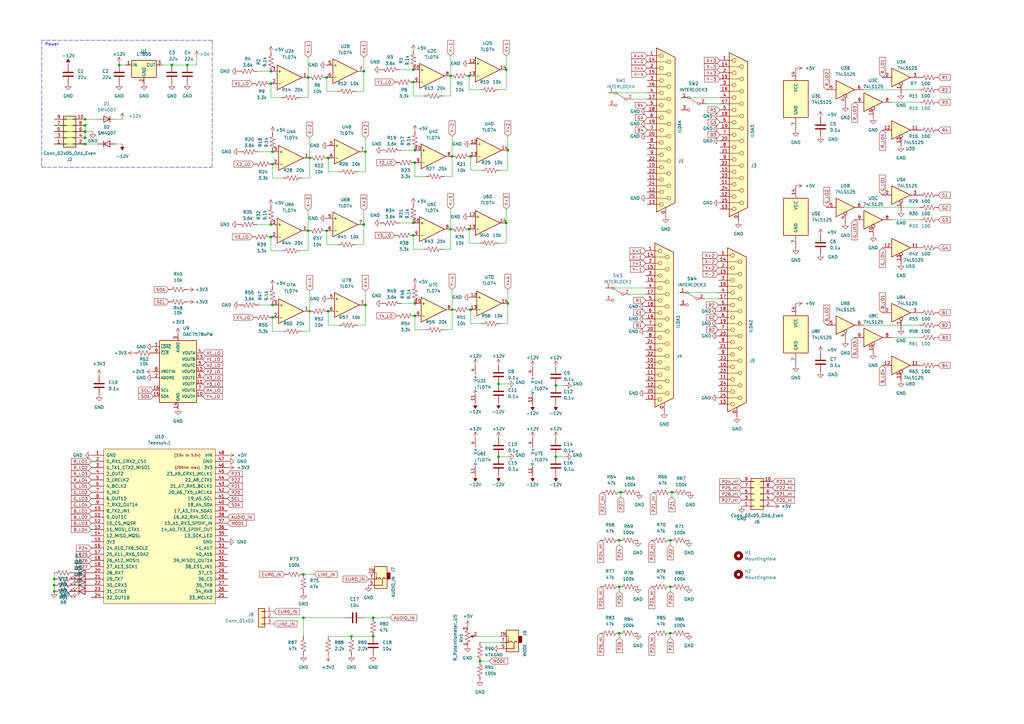
<source format=kicad_sch>
(kicad_sch (version 20211123) (generator eeschema)
  (paper "A3")
  (junction (at 134.62 64.77))
  (junction (at 170.18 124.46))
  (junction (at 149.86 62.23))
  (junction (at 274.955 240.665))
  (junction (at 111.125 92.075))
  (junction (at 111.76 62.23))
  (junction (at 170.18 129.54))
  (junction (at 192.405 93.98))
  (junction (at 207.645 91.44))
  (junction (at 111.125 29.21))
  (junction (at 48.895 26.67))
  (junction (at 149.225 29.21))
  (junction (at 169.545 28.575))
  (junction (at 208.28 61.595))
  (junction (at 207.645 28.575))
  (junction (at 22.225 240.03))
  (junction (at 274.955 259.715))
  (junction (at 169.545 96.52))
  (junction (at 34.925 53.975))
  (junction (at 153.035 260.985))
  (junction (at 76.835 26.67))
  (junction (at 34.925 59.055))
  (junction (at 144.145 260.985))
  (junction (at 34.925 51.435))
  (junction (at 204.47 187.325))
  (junction (at 227.965 158.115))
  (junction (at 153.035 253.365))
  (junction (at 126.365 31.75))
  (junction (at 170.18 61.595))
  (junction (at 185.42 64.135))
  (junction (at 184.785 93.98))
  (junction (at 126.365 94.615))
  (junction (at 22.225 242.57))
  (junction (at 134.62 127.635))
  (junction (at 111.125 34.29))
  (junction (at 208.28 124.46))
  (junction (at 170.18 66.675))
  (junction (at 34.925 56.515))
  (junction (at 254.635 201.93))
  (junction (at 184.785 31.115))
  (junction (at 111.76 130.175))
  (junction (at 196.85 271.145))
  (junction (at 70.485 26.67))
  (junction (at 227.965 187.325))
  (junction (at 111.76 67.31))
  (junction (at 275.59 201.93))
  (junction (at 185.42 127))
  (junction (at 254 221.615))
  (junction (at 133.985 94.615))
  (junction (at 204.47 157.48))
  (junction (at 254 259.715))
  (junction (at 22.225 237.49))
  (junction (at 127 64.77))
  (junction (at 274.955 221.615))
  (junction (at 127 127.635))
  (junction (at 169.545 91.44))
  (junction (at 169.545 33.655))
  (junction (at 111.125 97.155))
  (junction (at 193.04 64.135))
  (junction (at 192.405 31.115))
  (junction (at 254 240.665))
  (junction (at 149.225 92.075))
  (junction (at 124.46 253.365))
  (junction (at 149.86 125.095))
  (junction (at 34.925 48.895))
  (junction (at 111.76 125.095))
  (junction (at 193.04 127))
  (junction (at 133.985 31.75))
  (junction (at 124.46 235.585))
  (wire (pts (xy 365.76 41.91) (xy 377.19 41.91)))
  (wire (pts (xy 207.645 91.44) (xy 207.645 99.695)))
  (wire (pts (xy 184.785 93.98) (xy 184.785 102.235)))
  (wire (pts (xy 207.645 22.86) (xy 207.645 28.575)))
  (wire (pts (xy 170.18 135.255) (xy 170.18 129.54)))
  (wire (pts (xy 185.42 64.135) (xy 185.42 72.39)))
  (wire (pts (xy 149.86 56.515) (xy 149.86 62.23)))
  (wire (pts (xy 126.365 94.615) (xy 126.365 102.87)))
  (wire (pts (xy 34.925 56.515) (xy 34.925 53.975)))
  (wire (pts (xy 169.545 102.235) (xy 169.545 96.52)))
  (wire (pts (xy 289.56 42.545) (xy 295.275 42.545)))
  (wire (pts (xy 22.225 240.03) (xy 22.225 242.57)))
  (wire (pts (xy 208.28 61.595) (xy 208.28 69.85)))
  (wire (pts (xy 208.28 124.46) (xy 208.28 132.715)))
  (wire (pts (xy 22.225 234.95) (xy 22.225 237.49)))
  (wire (pts (xy 153.035 253.365) (xy 160.02 253.365)))
  (wire (pts (xy 134.62 133.35) (xy 134.62 127.635)))
  (wire (pts (xy 195.58 260.985) (xy 205.105 260.985)))
  (wire (pts (xy 22.225 59.055) (xy 34.925 59.055)))
  (wire (pts (xy 184.785 102.235) (xy 181.61 102.235)))
  (wire (pts (xy 127 56.515) (xy 127 64.77)))
  (wire (pts (xy 146.685 70.485) (xy 149.86 70.485)))
  (wire (pts (xy 138.43 100.33) (xy 133.985 100.33)))
  (wire (pts (xy 204.47 99.695) (xy 207.645 99.695)))
  (wire (pts (xy 149.86 125.095) (xy 149.86 133.35)))
  (wire (pts (xy 208.28 187.325) (xy 204.47 187.325)))
  (wire (pts (xy 193.04 69.85) (xy 193.04 64.135)))
  (wire (pts (xy 254 261.62) (xy 254 259.715)))
  (wire (pts (xy 248.285 118.11) (xy 264.795 118.11)))
  (wire (pts (xy 112.395 253.365) (xy 124.46 253.365)))
  (wire (pts (xy 196.85 263.525) (xy 205.105 263.525)))
  (wire (pts (xy 164.465 124.46) (xy 170.18 124.46)))
  (wire (pts (xy 124.46 260.985) (xy 124.46 253.365)))
  (polyline (pts (xy 86.995 16.51) (xy 17.145 16.51)))
  (wire (pts (xy 185.42 127) (xy 185.42 135.255)))
  (wire (pts (xy 22.225 48.895) (xy 34.925 48.895)))
  (wire (pts (xy 146.05 37.465) (xy 149.225 37.465)))
  (wire (pts (xy 208.28 157.48) (xy 204.47 157.48)))
  (wire (pts (xy 127 73.025) (xy 123.825 73.025)))
  (wire (pts (xy 48.895 26.035) (xy 48.895 26.67)))
  (wire (pts (xy 231.775 187.325) (xy 227.965 187.325)))
  (wire (pts (xy 197.485 132.715) (xy 193.04 132.715)))
  (wire (pts (xy 106.045 125.095) (xy 111.76 125.095)))
  (wire (pts (xy 146.05 100.33) (xy 149.225 100.33)))
  (wire (pts (xy 208.28 118.745) (xy 208.28 124.46)))
  (wire (pts (xy 254 223.52) (xy 254 221.615)))
  (wire (pts (xy 106.045 62.23) (xy 111.76 62.23)))
  (wire (pts (xy 163.83 91.44) (xy 169.545 91.44)))
  (wire (pts (xy 80.645 26.67) (xy 76.835 26.67)))
  (wire (pts (xy 134.62 260.985) (xy 144.145 260.985)))
  (wire (pts (xy 184.785 85.725) (xy 184.785 93.98)))
  (wire (pts (xy 134.62 70.485) (xy 134.62 64.77)))
  (wire (pts (xy 196.85 99.695) (xy 192.405 99.695)))
  (wire (pts (xy 111.125 102.87) (xy 111.125 97.155)))
  (wire (pts (xy 205.105 132.715) (xy 208.28 132.715)))
  (wire (pts (xy 149.225 253.365) (xy 153.035 253.365)))
  (wire (pts (xy 278.765 120.015) (xy 294.64 120.015)))
  (wire (pts (xy 208.28 55.88) (xy 208.28 61.595)))
  (wire (pts (xy 80.645 23.495) (xy 80.645 26.67)))
  (polyline (pts (xy 17.145 68.58) (xy 86.995 68.58)))
  (wire (pts (xy 207.645 28.575) (xy 207.645 36.83)))
  (wire (pts (xy 149.225 37.465) (xy 149.225 29.21)))
  (wire (pts (xy 164.465 61.595) (xy 170.18 61.595)))
  (wire (pts (xy 111.125 40.005) (xy 111.125 34.29)))
  (wire (pts (xy 193.04 132.715) (xy 193.04 127)))
  (wire (pts (xy 275.59 203.835) (xy 275.59 201.93)))
  (wire (pts (xy 22.225 237.49) (xy 22.225 240.03)))
  (wire (pts (xy 127 119.38) (xy 127 127.635)))
  (wire (pts (xy 259.715 40.64) (xy 265.43 40.64)))
  (wire (pts (xy 365.76 90.17) (xy 377.19 90.17)))
  (wire (pts (xy 149.225 23.495) (xy 149.225 29.21)))
  (polyline (pts (xy 86.995 68.58) (xy 86.995 16.51)))
  (wire (pts (xy 111.76 73.025) (xy 111.76 67.31)))
  (wire (pts (xy 192.405 36.83) (xy 192.405 31.115)))
  (wire (pts (xy 231.775 158.115) (xy 227.965 158.115)))
  (wire (pts (xy 192.405 99.695) (xy 192.405 93.98)))
  (wire (pts (xy 149.225 86.36) (xy 149.225 92.075)))
  (wire (pts (xy 22.225 53.975) (xy 34.925 53.975)))
  (wire (pts (xy 274.955 242.57) (xy 274.955 240.665)))
  (wire (pts (xy 116.205 73.025) (xy 111.76 73.025)))
  (wire (pts (xy 116.205 135.89) (xy 111.76 135.89)))
  (wire (pts (xy 204.47 36.83) (xy 207.645 36.83)))
  (wire (pts (xy 126.365 23.495) (xy 126.365 31.75)))
  (wire (pts (xy 279.4 40.005) (xy 295.275 40.005)))
  (wire (pts (xy 274.955 223.52) (xy 274.955 221.615)))
  (wire (pts (xy 196.85 271.145) (xy 196.85 270.51)))
  (wire (pts (xy 185.42 55.88) (xy 185.42 64.135)))
  (wire (pts (xy 47.625 48.895) (xy 50.165 48.895)))
  (wire (pts (xy 197.485 69.85) (xy 193.04 69.85)))
  (wire (pts (xy 170.18 72.39) (xy 170.18 66.675)))
  (wire (pts (xy 205.105 69.85) (xy 208.28 69.85)))
  (wire (pts (xy 149.225 92.075) (xy 149.225 100.33)))
  (wire (pts (xy 196.85 271.145) (xy 200.66 271.145)))
  (wire (pts (xy 185.42 135.255) (xy 182.245 135.255)))
  (wire (pts (xy 185.42 72.39) (xy 182.245 72.39)))
  (wire (pts (xy 105.41 92.075) (xy 111.125 92.075)))
  (wire (pts (xy 163.83 28.575) (xy 169.545 28.575)))
  (wire (pts (xy 133.985 100.33) (xy 133.985 94.615)))
  (wire (pts (xy 184.785 22.86) (xy 184.785 31.115)))
  (wire (pts (xy 34.925 53.975) (xy 38.1 53.975)))
  (wire (pts (xy 288.925 122.555) (xy 294.64 122.555)))
  (wire (pts (xy 249.555 38.1) (xy 265.43 38.1)))
  (wire (pts (xy 126.365 102.87) (xy 123.19 102.87)))
  (wire (pts (xy 146.685 133.35) (xy 149.86 133.35)))
  (wire (pts (xy 354.33 85.09) (xy 377.19 85.09)))
  (wire (pts (xy 354.33 133.35) (xy 377.19 133.35)))
  (wire (pts (xy 126.365 40.005) (xy 123.19 40.005)))
  (wire (pts (xy 149.86 62.23) (xy 149.86 70.485)))
  (wire (pts (xy 365.76 138.43) (xy 377.19 138.43)))
  (wire (pts (xy 124.46 253.365) (xy 141.605 253.365)))
  (wire (pts (xy 127 135.89) (xy 123.825 135.89)))
  (wire (pts (xy 22.225 51.435) (xy 34.925 51.435)))
  (wire (pts (xy 149.86 119.38) (xy 149.86 125.095)))
  (wire (pts (xy 133.985 37.465) (xy 133.985 31.75)))
  (wire (pts (xy 126.365 86.36) (xy 126.365 94.615)))
  (wire (pts (xy 254 242.57) (xy 254 240.665)))
  (wire (pts (xy 126.365 31.75) (xy 126.365 40.005)))
  (polyline (pts (xy 17.145 16.51) (xy 17.145 68.58)))
  (wire (pts (xy 34.925 59.055) (xy 40.005 59.055)))
  (wire (pts (xy 105.41 29.21) (xy 111.125 29.21)))
  (wire (pts (xy 115.57 102.87) (xy 111.125 102.87)))
  (wire (pts (xy 34.925 48.895) (xy 40.005 48.895)))
  (wire (pts (xy 185.42 118.745) (xy 185.42 127)))
  (wire (pts (xy 139.065 70.485) (xy 134.62 70.485)))
  (wire (pts (xy 124.46 235.585) (xy 128.905 235.585)))
  (wire (pts (xy 184.785 31.115) (xy 184.785 39.37)))
  (wire (pts (xy 144.145 260.985) (xy 153.035 260.985)))
  (wire (pts (xy 173.99 39.37) (xy 169.545 39.37)))
  (wire (pts (xy 207.645 85.725) (xy 207.645 91.44)))
  (wire (pts (xy 34.925 53.975) (xy 34.925 51.435)))
  (wire (pts (xy 115.57 40.005) (xy 111.125 40.005)))
  (wire (pts (xy 111.76 135.89) (xy 111.76 130.175)))
  (wire (pts (xy 127 64.77) (xy 127 73.025)))
  (wire (pts (xy 139.065 133.35) (xy 134.62 133.35)))
  (wire (pts (xy 196.85 36.83) (xy 192.405 36.83)))
  (wire (pts (xy 184.785 39.37) (xy 181.61 39.37)))
  (wire (pts (xy 127 127.635) (xy 127 135.89)))
  (wire (pts (xy 48.895 26.67) (xy 51.435 26.67)))
  (wire (pts (xy 258.445 120.65) (xy 264.795 120.65)))
  (wire (pts (xy 354.33 36.83) (xy 377.19 36.83)))
  (wire (pts (xy 274.955 261.62) (xy 274.955 259.715)))
  (wire (pts (xy 70.485 26.67) (xy 76.835 26.67)))
  (wire (pts (xy 22.225 56.515) (xy 34.925 56.515)))
  (wire (pts (xy 169.545 39.37) (xy 169.545 33.655)))
  (wire (pts (xy 173.99 102.235) (xy 169.545 102.235)))
  (wire (pts (xy 174.625 72.39) (xy 170.18 72.39)))
  (wire (pts (xy 254.635 203.835) (xy 254.635 201.93)))
  (wire (pts (xy 66.675 26.67) (xy 70.485 26.67)))
  (wire (pts (xy 138.43 37.465) (xy 133.985 37.465)))
  (wire (pts (xy 47.625 59.055) (xy 50.165 59.055)))
  (wire (pts (xy 174.625 135.255) (xy 170.18 135.255)))
  (text "Power" (at 18.415 19.05 0) (effects (font (size 1.27 1.27)) (justify left bottom)))
  (global_label "SDA" (shape input) (at 69.215 118.745 180) (property "Intersheet References" "${INTERSHEET_REFS}" (effects hide)))
  (global_label "X-4" (shape input) (at 127 119.38 90) (property "Intersheet References" "${INTERSHEET_REFS}" (effects hide)))
  (global_label "SCL" (shape input) (at 93.345 204.47 0) (property "Intersheet References" "${INTERSHEET_REFS}" (effects hide)))
  (global_label "LINE_IN" (shape input) (at 128.905 235.585 0) (property "Intersheet References" "${INTERSHEET_REFS}" (effects hide)))
  (global_label "SCL" (shape input) (at 62.865 160.02 180) (property "Intersheet References" "${INTERSHEET_REFS}" (effects hide)))
  (global_label "P21" (shape input) (at 275.59 203.835 270) (property "Intersheet References" "${INTERSHEET_REFS}" (effects hide)))
  (global_label "R_LO2" (shape input) (at 339.09 36.83 90) (property "Intersheet References" "${INTERSHEET_REFS}" (effects hide)))
  (global_label "Y1_LO" (shape input) (at 161.925 33.655 180) (property "Intersheet References" "${INTERSHEET_REFS}" (effects hide)))
  (global_label "Y+1" (shape input) (at 207.645 22.86 90) (property "Intersheet References" "${INTERSHEET_REFS}" (effects hide)))
  (global_label "G3" (shape input) (at 295.275 50.165 180) (property "Intersheet References" "${INTERSHEET_REFS}" (effects hide)))
  (global_label "B4" (shape input) (at 384.81 149.86 0) (property "Intersheet References" "${INTERSHEET_REFS}" (effects hide)))
  (global_label "X3_LO" (shape input) (at 103.505 97.155 180) (property "Intersheet References" "${INTERSHEET_REFS}" (effects hide)))
  (global_label "EURO_IN" (shape input) (at 112.395 250.825 0) (property "Intersheet References" "${INTERSHEET_REFS}" (effects hide)))
  (global_label "R_LO4" (shape input) (at 37.465 196.85 180) (property "Intersheet References" "${INTERSHEET_REFS}" (effects hide)))
  (global_label "B1" (shape input) (at 384.81 128.27 0) (property "Intersheet References" "${INTERSHEET_REFS}" (effects hide)))
  (global_label "P23_HI" (shape input) (at 267.335 259.715 270) (property "Intersheet References" "${INTERSHEET_REFS}" (effects hide)))
  (global_label "R_LO3" (shape input) (at 37.465 194.31 180) (property "Intersheet References" "${INTERSHEET_REFS}" (effects hide)))
  (global_label "P26" (shape input) (at 254 261.62 270) (property "Intersheet References" "${INTERSHEET_REFS}" (effects hide)))
  (global_label "X+3" (shape input) (at 295.275 24.765 180) (property "Intersheet References" "${INTERSHEET_REFS}" (effects hide)))
  (global_label "X-2" (shape input) (at 127 56.515 90) (property "Intersheet References" "${INTERSHEET_REFS}" (effects hide)))
  (global_label "X-1" (shape input) (at 126.365 23.495 90) (property "Intersheet References" "${INTERSHEET_REFS}" (effects hide)))
  (global_label "X4_LO" (shape input) (at 83.185 160.02 0) (property "Intersheet References" "${INTERSHEET_REFS}" (effects hide)))
  (global_label "X2_LO" (shape input) (at 104.14 67.31 180) (property "Intersheet References" "${INTERSHEET_REFS}" (effects hide)))
  (global_label "P25_HI" (shape input) (at 246.38 240.665 270) (property "Intersheet References" "${INTERSHEET_REFS}" (effects hide)))
  (global_label "X+2" (shape input) (at 294.64 104.775 180) (property "Intersheet References" "${INTERSHEET_REFS}" (effects hide)))
  (global_label "Y+4" (shape input) (at 265.43 27.94 180) (property "Intersheet References" "${INTERSHEET_REFS}" (effects hide)))
  (global_label "P27" (shape input) (at 37.465 232.41 180) (property "Intersheet References" "${INTERSHEET_REFS}" (effects hide)))
  (global_label "Y+3" (shape input) (at 207.645 85.725 90) (property "Intersheet References" "${INTERSHEET_REFS}" (effects hide)))
  (global_label "P21" (shape input) (at 93.345 199.39 0) (property "Intersheet References" "${INTERSHEET_REFS}" (effects hide)))
  (global_label "Y2_LO" (shape input) (at 83.185 152.4 0) (property "Intersheet References" "${INTERSHEET_REFS}" (effects hide)))
  (global_label "P23" (shape input) (at 93.345 194.31 0) (property "Intersheet References" "${INTERSHEET_REFS}" (effects hide)))
  (global_label "G_LO2" (shape input) (at 339.09 85.09 90) (property "Intersheet References" "${INTERSHEET_REFS}" (effects hide)))
  (global_label "P25" (shape input) (at 254 242.57 270) (property "Intersheet References" "${INTERSHEET_REFS}" (effects hide)))
  (global_label "R_LO2" (shape input) (at 37.465 191.77 180) (property "Intersheet References" "${INTERSHEET_REFS}" (effects hide)))
  (global_label "P25" (shape input) (at 37.465 227.33 180) (property "Intersheet References" "${INTERSHEET_REFS}" (effects hide)))
  (global_label "B_LO2" (shape input) (at 339.09 133.35 90) (property "Intersheet References" "${INTERSHEET_REFS}" (effects hide)))
  (global_label "X1_LO" (shape input) (at 83.185 144.78 0) (property "Intersheet References" "${INTERSHEET_REFS}" (effects hide)))
  (global_label "R_LO1" (shape input) (at 361.95 31.75 90) (property "Intersheet References" "${INTERSHEET_REFS}" (effects hide)))
  (global_label "Y-2" (shape input) (at 185.42 55.88 90) (property "Intersheet References" "${INTERSHEET_REFS}" (effects hide)))
  (global_label "X4_LO" (shape input) (at 104.14 130.175 180) (property "Intersheet References" "${INTERSHEET_REFS}" (effects hide)))
  (global_label "B_LO3" (shape input) (at 350.52 138.43 270) (property "Intersheet References" "${INTERSHEET_REFS}" (effects hide)))
  (global_label "P20_HI" (shape input) (at 267.335 240.665 270) (property "Intersheet References" "${INTERSHEET_REFS}" (effects hide)))
  (global_label "B3" (shape input) (at 384.81 138.43 0) (property "Intersheet References" "${INTERSHEET_REFS}" (effects hide)))
  (global_label "P26_HI" (shape input) (at 246.38 259.715 270) (property "Intersheet References" "${INTERSHEET_REFS}" (effects hide)))
  (global_label "SDA" (shape input) (at 93.345 207.01 0) (property "Intersheet References" "${INTERSHEET_REFS}" (effects hide)))
  (global_label "R_LO1" (shape input) (at 37.465 189.23 180) (property "Intersheet References" "${INTERSHEET_REFS}" (effects hide)))
  (global_label "P25_HI" (shape input) (at 304.165 200.025 180) (property "Intersheet References" "${INTERSHEET_REFS}" (effects hide)))
  (global_label "X2_LO" (shape input) (at 83.185 149.86 0) (property "Intersheet References" "${INTERSHEET_REFS}" (effects hide)))
  (global_label "Y4_LO" (shape input) (at 83.185 162.56 0) (property "Intersheet References" "${INTERSHEET_REFS}" (effects hide)))
  (global_label "R2" (shape input) (at 294.64 125.095 180) (property "Intersheet References" "${INTERSHEET_REFS}" (effects hide)))
  (global_label "R1" (shape input) (at 264.795 123.19 180) (property "Intersheet References" "${INTERSHEET_REFS}" (effects hide)))
  (global_label "R2" (shape input) (at 384.81 36.83 0) (property "Intersheet References" "${INTERSHEET_REFS}" (effects hide)))
  (global_label "G_LO1" (shape input) (at 37.465 199.39 180) (property "Intersheet References" "${INTERSHEET_REFS}" (effects hide)))
  (global_label "B1" (shape input) (at 264.795 133.35 180) (property "Intersheet References" "${INTERSHEET_REFS}" (effects hide)))
  (global_label "Y1_LO" (shape input) (at 83.185 147.32 0) (property "Intersheet References" "${INTERSHEET_REFS}" (effects hide)))
  (global_label "Y-4" (shape input) (at 265.43 30.48 180) (property "Intersheet References" "${INTERSHEET_REFS}" (effects hide)))
  (global_label "Y4_LO" (shape input) (at 162.56 129.54 180) (property "Intersheet References" "${INTERSHEET_REFS}" (effects hide)))
  (global_label "EURO_IN" (shape input) (at 116.84 235.585 180) (property "Intersheet References" "${INTERSHEET_REFS}" (effects hide)))
  (global_label "G3" (shape input) (at 384.81 90.17 0) (property "Intersheet References" "${INTERSHEET_REFS}" (effects hide)))
  (global_label "B_LO1" (shape input) (at 37.465 209.55 180) (property "Intersheet References" "${INTERSHEET_REFS}" (effects hide)))
  (global_label "G_LO1" (shape input) (at 361.95 80.01 90) (property "Intersheet References" "${INTERSHEET_REFS}" (effects hide)))
  (global_label "X-3" (shape input) (at 295.275 27.305 180) (property "Intersheet References" "${INTERSHEET_REFS}" (effects hide)))
  (global_label "X-2" (shape input) (at 294.64 107.315 180) (property "Intersheet References" "${INTERSHEET_REFS}" (effects hide)))
  (global_label "X+4" (shape input) (at 265.43 22.86 180) (property "Intersheet References" "${INTERSHEET_REFS}" (effects hide)))
  (global_label "G_LO2" (shape input) (at 37.465 201.93 180) (property "Intersheet References" "${INTERSHEET_REFS}" (effects hide)))
  (global_label "B2" (shape input) (at 384.81 133.35 0) (property "Intersheet References" "${INTERSHEET_REFS}" (effects hide)))
  (global_label "G4" (shape input) (at 384.81 101.6 0) (property "Intersheet References" "${INTERSHEET_REFS}" (effects hide)))
  (global_label "X-4" (shape input) (at 265.43 25.4 180) (property "Intersheet References" "${INTERSHEET_REFS}" (effects hide)))
  (global_label "SCL" (shape input) (at 69.215 123.825 180) (property "Intersheet References" "${INTERSHEET_REFS}" (effects hide)))
  (global_label "MODE" (shape input) (at 93.345 214.63 0) (property "Intersheet References" "${INTERSHEET_REFS}" (effects hide)))
  (global_label "Y-3" (shape input) (at 184.785 85.725 90) (property "Intersheet References" "${INTERSHEET_REFS}" (effects hide)))
  (global_label "B_LO4" (shape input) (at 37.465 217.17 180) (property "Intersheet References" "${INTERSHEET_REFS}" (effects hide)))
  (global_label "Y-3" (shape input) (at 295.275 32.385 180) (property "Intersheet References" "${INTERSHEET_REFS}" (effects hide)))
  (global_label "X+1" (shape input) (at 264.795 102.87 180) (property "Intersheet References" "${INTERSHEET_REFS}" (effects hide)))
  (global_label "B_LO4" (shape input) (at 361.95 149.86 270) (property "Intersheet References" "${INTERSHEET_REFS}" (effects hide)))
  (global_label "P27_HI" (shape input) (at 247.015 201.93 270) (property "Intersheet References" "${INTERSHEET_REFS}" (effects hide)))
  (global_label "Y2_LO" (shape input) (at 162.56 66.675 180) (property "Intersheet References" "${INTERSHEET_REFS}" (effects hide)))
  (global_label "G4" (shape input) (at 265.43 48.26 180) (property "Intersheet References" "${INTERSHEET_REFS}" (effects hide)))
  (global_label "G2" (shape input) (at 294.64 130.175 180) (property "Intersheet References" "${INTERSHEET_REFS}" (effects hide)))
  (global_label "P21_HI" (shape input) (at 267.97 201.93 270) (property "Intersheet References" "${INTERSHEET_REFS}" (effects hide)))
  (global_label "P21_HI" (shape input) (at 316.865 202.565 0) (property "Intersheet References" "${INTERSHEET_REFS}" (effects hide)))
  (global_label "Y+2" (shape input) (at 208.28 55.88 90) (property "Intersheet References" "${INTERSHEET_REFS}" (effects hide)))
  (global_label "P20" (shape input) (at 93.345 201.93 0) (property "Intersheet References" "${INTERSHEET_REFS}" (effects hide)))
  (global_label "R4" (shape input) (at 265.43 43.18 180) (property "Intersheet References" "${INTERSHEET_REFS}" (effects hide)))
  (global_label "Y3_LO" (shape input) (at 83.185 157.48 0) (property "Intersheet References" "${INTERSHEET_REFS}" (effects hide)))
  (global_label "P24_HI" (shape input) (at 304.165 197.485 180) (property "Intersheet References" "${INTERSHEET_REFS}" (effects hide)))
  (global_label "G_LO4" (shape input) (at 37.465 207.01 180) (property "Intersheet References" "${INTERSHEET_REFS}" (effects hide)))
  (global_label "LINE_IN" (shape input) (at 112.395 255.905 0) (property "Intersheet References" "${INTERSHEET_REFS}" (effects hide)))
  (global_label "G_LO3" (shape input) (at 37.465 204.47 180) (property "Intersheet References" "${INTERSHEET_REFS}" (effects hide)))
  (global_label "P26_HI" (shape input) (at 304.165 202.565 180) (property "Intersheet References" "${INTERSHEET_REFS}" (effects hide)))
  (global_label "Y+4" (shape input) (at 208.28 118.745 90) (property "Intersheet References" "${INTERSHEET_REFS}" (effects hide)))
  (global_label "X1_LO" (shape input) (at 103.505 34.29 180) (property "Intersheet References" "${INTERSHEET_REFS}" (effects hide)))
  (global_label "Y-1" (shape input) (at 264.795 110.49 180) (property "Intersheet References" "${INTERSHEET_REFS}" (effects hide)))
  (global_label "P20_HI" (shape input) (at 316.865 205.105 0) (property "Intersheet References" "${INTERSHEET_REFS}" (effects hide)))
  (global_label "R4" (shape input) (at 384.81 53.34 0) (property "Intersheet References" "${INTERSHEET_REFS}" (effects hide)))
  (global_label "G1" (shape input) (at 384.81 80.01 0) (property "Intersheet References" "${INTERSHEET_REFS}" (effects hide)))
  (global_label "R_LO4" (shape input) (at 361.95 53.34 270) (property "Intersheet References" "${INTERSHEET_REFS}" (effects hide)))
  (global_label "X+2" (shape input) (at 149.86 56.515 90) (property "Intersheet References" "${INTERSHEET_REFS}" (effects hide)))
  (global_label "P24_HI" (shape input) (at 246.38 221.615 270) (property "Intersheet References" "${INTERSHEET_REFS}" (effects hide)))
  (global_label "P20" (shape input) (at 274.955 242.57 270) (property "Intersheet References" "${INTERSHEET_REFS}" (effects hide)))
  (global_label "Y+1" (shape input) (at 264.795 107.95 180) (property "Intersheet References" "${INTERSHEET_REFS}" (effects hide)))
  (global_label "P24" (shape input) (at 37.465 224.79 180) (property "Intersheet References" "${INTERSHEET_REFS}" (effects hide)))
  (global_label "R_LO3" (shape input) (at 350.52 41.91 270) (property "Intersheet References" "${INTERSHEET_REFS}" (effects hide)))
  (global_label "B_LO1" (shape input) (at 361.95 128.27 90) (property "Intersheet References" "${INTERSHEET_REFS}" (effects hide)))
  (global_label "X-1" (shape input) (at 264.795 105.41 180) (property "Intersheet References" "${INTERSHEET_REFS}" (effects hide)))
  (global_label "G_LO3" (shape input) (at 350.52 90.17 270) (property "Intersheet References" "${INTERSHEET_REFS}" (effects hide)))
  (global_label "EURO_IN" (shape input) (at 151.13 237.49 180) (property "Intersheet References" "${INTERSHEET_REFS}" (effects hide)))
  (global_label "B_LO2" (shape input) (at 37.465 212.09 180) (property "Intersheet References" "${INTERSHEET_REFS}" (effects hide)))
  (global_label "P23" (shape input) (at 274.955 261.62 270) (property "Intersheet References" "${INTERSHEET_REFS}" (effects hide)))
  (global_label "P22_HI" (shape input) (at 316.865 200.025 0) (property "Intersheet References" "${INTERSHEET_REFS}" (effects hide)))
  (global_label "B4" (shape input) (at 265.43 53.34 180) (property "Intersheet References" "${INTERSHEET_REFS}" (effects hide)))
  (global_label "Y3_LO" (shape input) (at 161.925 96.52 180) (property "Intersheet References" "${INTERSHEET_REFS}" (effects hide)))
  (global_label "G2" (shape input) (at 384.81 85.09 0) (property "Intersheet References" "${INTERSHEET_REFS}" (effects hide)))
  (global_label "P27_HI" (shape input) (at 304.165 205.105 180) (property "Intersheet References" "${INTERSHEET_REFS}" (effects hide)))
  (global_label "B_LO3" (shape input) (at 37.465 214.63 180) (property "Intersheet References" "${INTERSHEET_REFS}" (effects hide)))
  (global_label "P24" (shape input) (at 254 223.52 270) (property "Intersheet References" "${INTERSHEET_REFS}" (effects hide)))
  (global_label "R3" (shape input) (at 384.81 41.91 0) (property "Intersheet References" "${INTERSHEET_REFS}" (effects hide)))
  (global_label "P22_HI" (shape input) (at 267.335 221.615 270) (property "Intersheet References" "${INTERSHEET_REFS}" (effects hide)))
  (global_label "X+1" (shape input) (at 149.225 23.495 90) (property "Intersheet References" "${INTERSHEET_REFS}" (effects hide)))
  (global_label "X3_LO" (shape input) (at 83.185 154.94 0) (property "Intersheet References" "${INTERSHEET_REFS}" (effects hide)))
  (global_label "P23_HI" (shape input) (at 316.865 197.485 0) (property "Intersheet References" "${INTERSHEET_REFS}" (effects hide)))
  (global_label "X+3" (shape input) (at 149.225 86.36 90) (property "Intersheet References" "${INTERSHEET_REFS}" (effects hide)))
  (global_label "P22" (shape input) (at 274.955 223.52 270) (property "Intersheet References" "${INTERSHEET_REFS}" (effects hide)))
  (global_label "MODE" (shape input) (at 200.66 271.145 0) (property "Intersheet References" "${INTERSHEET_REFS}" (effects hide)))
  (global_label "G_LO4" (shape input) (at 361.95 101.6 270) (property "Intersheet References" "${INTERSHEET_REFS}" (effects hide)))
  (global_label "Y+3" (shape input) (at 295.275 29.845 180) (property "Intersheet References" "${INTERSHEET_REFS}" (effects hide)))
  (global_label "Y+2" (shape input) (at 294.64 109.855 180) (property "Intersheet References" "${INTERSHEET_REFS}" (effects hide)))
  (global_label "X+4" (shape input) (at 149.86 119.38 90) (property "Intersheet References" "${INTERSHEET_REFS}" (effects hide)))
  (global_label "R3" (shape input) (at 295.275 45.085 180) (property "Intersheet References" "${INTERSHEET_REFS}" (effects hide)))
  (global_label "Y-4" (shape input) (at 185.42 118.745 90) (property "Intersheet References" "${INTERSHEET_REFS}" (effects hide)))
  (global_label "Y-1" (shape input) (at 184.785 22.86 90) (property "Intersheet References" "${INTERSHEET_REFS}" (effects hide)))
  (global_label "P26" (shape input) (at 37.465 229.87 180) (property "Intersheet References" "${INTERSHEET_REFS}" (effects hide)))
  (global_label "SDA" (shape input) (at 62.865 162.56 180) (property "Intersheet References" "${INTERSHEET_REFS}" (effects hide)))
  (global_label "X-3" (shape input) (at 126.365 86.36 90) (property "Intersheet References" "${INTERSHEET_REFS}" (effects hide)))
  (global_label "P22" (shape input) (at 93.345 196.85 0) (property "Intersheet References" "${INTERSHEET_REFS}" (effects hide)))
  (global_label "AUDIO_IN" (shape input) (at 160.02 253.365 0) (property "Intersheet References" "${INTERSHEET_REFS}" (effects hide)))
  (global_label "P27" (shape input) (at 254.635 203.835 270) (property "Intersheet References" "${INTERSHEET_REFS}" (effects hide)))
  (global_label "R1" (shape input) (at 384.81 31.75 0) (property "Intersheet References" "${INTERSHEET_REFS}" (effects hide)))
  (global_label "AUDIO_IN" (shape input) (at 93.345 212.09 0) (property "Intersheet References" "${INTERSHEET_REFS}" (effects hide)))
  (global_label "G1" (shape input) (at 264.795 128.27 180) (property "Intersheet References" "${INTERSHEET_REFS}" (effects hide)))
  (global_label "Y-2" (shape input) (at 294.64 112.395 180) (property "Intersheet References" "${INTERSHEET_REFS}" (effects hide)))
  (global_label "B3" (shape input) (at 295.275 55.245 180) (property "Intersheet References" "${INTERSHEET_REFS}" (effects hide)))
  (global_label "B2" (shape input) (at 294.64 135.255 180) (property "Intersheet References" "${INTERSHEET_REFS}" (effects hide)))
  (symbol (lib_id "power:GND") (at 192.405 88.9 270) (unit 1)
    (property "Reference" "#PWR044" (effects hide))
    (property "Value" "GND" (at 184.785 88.9 90) (effects (justify left)))
  )
  (symbol (lib_id "Device:R_US") (at 130.81 64.77 90) (mirror x) (unit 1)
    (property "Reference" "R22" (at 130.81 67.945 90))
    (property "Value" "10k" (at 130.81 70.485 90))
    (property "Footprint" "Resistor_SMD:R_0603_1608Metric" (effects hide))
  )
  (symbol (lib_id "power:GND") (at 369.57 59.69 0) (unit 1)
    (property "Reference" "#PWR035" (effects hide))
    (property "Value" "GND" (at 369.57 64.77 0))
  )
  (symbol (lib_id "Connector_Generic:Conn_02x05_Odd_Even") (at 309.245 202.565 0) (mirror x) (unit 1)
    (property "Reference" "J6" (at 310.515 213.995 0))
    (property "Value" "Conn_02x05_Odd_Even" (at 310.515 211.455 0))
    (property "Footprint" "Connector_IDC:IDC-Header_2x05_P2.54mm_Vertical" (effects hide))
  )
  (symbol (lib_id "power:-12V") (at 218.44 165.735 180) (unit 1)
    (property "Reference" "#PWR095" (effects hide))
    (property "Value" "-12V" (at 220.98 169.545 0) (effects (justify left)))
  )
  (symbol (lib_id "Amplifier_Operational:TL074") (at 177.165 31.115 0) (unit 3)
    (property "Reference" "U2" (at 177.165 20.955 0))
    (property "Value" "TL074" (at 177.165 23.495 0))
    (property "Footprint" "Package_SO:SOIC-14_3.9x8.7mm_P1.27mm" (effects hide))
    (property "Datasheet" "http://www.ti.com/lit/ds/symlink/tl071.pdf" (effects hide))
  )
  (symbol (lib_id "power:GND") (at 369.57 156.21 0) (unit 1)
    (property "Reference" "#PWR087" (effects hide))
    (property "Value" "GND" (at 369.57 161.29 0))
  )
  (symbol (lib_id "power:GND") (at 294.64 163.195 270) (unit 1)
    (property "Reference" "#PWR092" (effects hide))
    (property "Value" "GND" (at 287.655 163.195 90) (effects (justify left)))
  )
  (symbol (lib_id "Device:R_US") (at 153.035 257.175 180) (unit 1)
    (property "Reference" "R82" (at 155.575 255.9049 0) (effects (justify right)))
    (property "Value" "47k" (at 155.575 258.4449 0) (effects (justify right)))
    (property "Footprint" "Resistor_SMD:R_0603_1608Metric" (effects hide))
  )
  (symbol (lib_id "power:GND") (at 294.64 127.635 270) (unit 1)
    (property "Reference" "#PWR066" (effects hide))
    (property "Value" "GND" (at 287.655 127.635 90) (effects (justify left)))
  )
  (symbol (lib_id "Device:R_US") (at 278.765 221.615 270) (unit 1)
    (property "Reference" "R71" (at 278.765 215.9 90))
    (property "Value" "100k" (at 278.765 218.44 90))
    (property "Footprint" "Resistor_SMD:R_0603_1608Metric" (effects hide))
  )
  (symbol (lib_id "Device:R_US") (at 200.66 36.83 90) (unit 1)
    (property "Reference" "R10" (at 198.755 33.655 90))
    (property "Value" "10k" (at 203.835 33.655 90))
    (property "Footprint" "Resistor_SMD:R_0603_1608Metric" (effects hide))
  )
  (symbol (lib_id "Device:C") (at 204.47 191.135 0) (unit 1)
    (property "Reference" "C15" (at 208.28 189.8649 0) (effects (justify left)))
    (property "Value" "0.1u" (at 208.28 192.4049 0) (effects (justify left)))
    (property "Footprint" "Capacitor_SMD:C_0603_1608Metric" (effects hide))
  )
  (symbol (lib_id "power:+5V") (at 170.18 116.84 0) (unit 1)
    (property "Reference" "#PWR056" (effects hide))
    (property "Value" "+5V" (at 171.45 115.57 0) (effects (justify left)))
  )
  (symbol (lib_id "power:+3.3V") (at 134.62 268.605 180) (unit 1)
    (property "Reference" "#PWR0132" (effects hide))
    (property "Value" "+3.3V" (at 134.62 273.685 0))
  )
  (symbol (lib_id "Device:R_US") (at 102.235 125.095 90) (mirror x) (unit 1)
    (property "Reference" "R50" (at 102.235 120.015 90))
    (property "Value" "3.6k" (at 102.235 122.555 90))
    (property "Footprint" "Resistor_SMD:R_0603_1608Metric" (effects hide))
  )
  (symbol (lib_id "Device:C") (at 153.035 264.795 180) (unit 1)
    (property "Reference" "C18" (at 156.845 263.5249 0) (effects (justify right)))
    (property "Value" "10u" (at 156.845 266.0649 0) (effects (justify right)))
    (property "Footprint" "Capacitor_SMD:C_0603_1608Metric" (effects hide))
  )
  (symbol (lib_id "Connector:DB25_Female_MountingHoles") (at 273.05 53.34 0) (unit 1)
    (property "Reference" "J1" (at 278.13 66.04 0) (effects (justify left)))
    (property "Value" "ILDA4" (at 278.765 54.6099 90) (effects (justify left)))
    (property "Footprint" "Connector_Dsub:DSUB-25_Female_Vertical_P2.77x2.84mm_MountingHoles" (effects hide))
    (property "Datasheet" " ~" (effects hide))
  )
  (symbol (lib_id "Device:LED") (at 33.655 237.49 0) (unit 1)
    (property "Reference" "D4" (at 32.0675 230.505 0))
    (property "Value" "LED" (at 32.0675 233.045 0))
    (property "Footprint" "LED_THT:LED_D3.0mm" (effects hide))
  )
  (symbol (lib_id "power:+5V") (at 169.545 83.82 0) (unit 1)
    (property "Reference" "#PWR041" (effects hide))
    (property "Value" "+5V" (at 170.815 82.55 0) (effects (justify left)))
  )
  (symbol (lib_id "Diode:SM4007") (at 43.815 48.895 180) (unit 1)
    (property "Reference" "D1" (at 43.815 42.545 0))
    (property "Value" "SM4007" (at 43.815 45.085 0))
    (property "Footprint" "Diode_SMD:D_SOD-123" (effects hide))
    (property "Datasheet" "http://cdn-reichelt.de/documents/datenblatt/A400/SMD1N400%23DIO.pdf" (effects hide))
  )
  (symbol (lib_id "power:GND") (at 27.94 34.29 0) (unit 1)
    (property "Reference" "#PWR011" (effects hide))
    (property "Value" "GND" (at 27.94 39.37 0))
  )
  (symbol (lib_id "power:+3.3V") (at 55.245 144.78 90) (unit 1)
    (property "Reference" "#PWR075" (effects hide))
    (property "Value" "+3.3V" (at 52.07 144.7799 90) (effects (justify left)))
  )
  (symbol (lib_id "power:GND") (at 134.62 122.555 270) (unit 1)
    (property "Reference" "#PWR060" (effects hide))
    (property "Value" "GND" (at 127 122.555 90) (effects (justify left)))
  )
  (symbol (lib_id "power:-12V") (at 227.965 194.945 180) (unit 1)
    (property "Reference" "#PWR0113" (effects hide))
    (property "Value" "-12V" (at 230.505 198.755 0) (effects (justify left)))
  )
  (symbol (lib_id "Connector:AudioJack2_SwitchT") (at 156.21 237.49 180) (unit 1)
    (property "Reference" "J7" (at 161.29 233.68 90))
    (property "Value" "AUDIO_IN" (at 161.29 240.665 90))
    (property "Footprint" "Connector_Audio:Jack_3.5mm_QingPu_WQP-PJ398SM_Vertical_CircularHoles" (effects hide))
  )
  (symbol (lib_id "Switch:SW_SPDT") (at 253.365 120.65 0) (mirror y) (unit 1)
    (property "Reference" "SW3" (at 253.365 113.03 0))
    (property "Value" "INTERLOCK1" (at 253.365 115.57 0))
    (property "Footprint" "4MS Switches:Switch_Toggle_SPDT_Mini_SolderLug" (effects hide))
  )
  (symbol (lib_id "Device:R_US") (at 381 31.75 90) (unit 1)
    (property "Reference" "R7" (at 374.65 34.29 90))
    (property "Value" "100" (at 379.73 34.29 90))
    (property "Footprint" "Resistor_SMD:R_0603_1608Metric" (effects hide))
  )
  (symbol (lib_id "power:GND") (at 295.275 52.705 270) (unit 1)
    (property "Reference" "#PWR024" (effects hide))
    (property "Value" "GND" (at 288.29 52.705 90) (effects (justify left)))
  )
  (symbol (lib_id "Device:R_US") (at 381 90.17 90) (unit 1)
    (property "Reference" "R33" (at 374.65 92.71 90))
    (property "Value" "100" (at 379.73 92.71 90))
    (property "Footprint" "Resistor_SMD:R_0603_1608Metric" (effects hide))
  )
  (symbol (lib_id "power:GND") (at 196.85 278.765 0) (unit 1)
    (property "Reference" "#PWR0135" (effects hide))
    (property "Value" "GND" (at 196.85 283.845 0))
  )
  (symbol (lib_id "Device:R_US") (at 169.545 24.765 0) (mirror x) (unit 1)
    (property "Reference" "R1" (at 164.465 24.765 90))
    (property "Value" "9.1k" (at 167.005 24.765 90))
    (property "Footprint" "Resistor_SMD:R_0603_1608Metric" (effects hide))
  )
  (symbol (lib_id "power:+5V") (at 80.645 23.495 0) (unit 1)
    (property "Reference" "#PWR03" (effects hide))
    (property "Value" "+5V" (at 81.915 22.225 0) (effects (justify left)))
  )
  (symbol (lib_id "power:GND") (at 282.575 221.615 0) (unit 1)
    (property "Reference" "#PWR0119" (effects hide))
    (property "Value" "GND" (at 282.575 226.695 0))
  )
  (symbol (lib_id "power:GND") (at 261.62 221.615 0) (unit 1)
    (property "Reference" "#PWR0118" (effects hide))
    (property "Value" "GND" (at 261.62 226.695 0))
  )
  (symbol (lib_id "Device:R_US") (at 177.8 39.37 90) (unit 1)
    (property "Reference" "R13" (at 175.895 36.195 90))
    (property "Value" "20k" (at 180.975 36.195 90))
    (property "Footprint" "Resistor_SMD:R_0603_1608Metric" (effects hide))
  )
  (symbol (lib_id "Device:R_US") (at 102.235 62.23 90) (mirror x) (unit 1)
    (property "Reference" "R20" (at 102.235 57.15 90))
    (property "Value" "3.6k" (at 102.235 59.69 90))
    (property "Footprint" "Resistor_SMD:R_0603_1608Metric" (effects hide))
  )
  (symbol (lib_id "Device:C") (at 227.965 183.515 0) (unit 1)
    (property "Reference" "C14" (at 231.14 182.2449 0) (effects (justify left)))
    (property "Value" "0.1u" (at 231.14 184.7849 0) (effects (justify left)))
    (property "Footprint" "Capacitor_SMD:C_0603_1608Metric" (effects hide))
  )
  (symbol (lib_id "Mechanical:MountingHole") (at 302.895 235.585 0) (unit 1)
    (property "Reference" "H2" (at 305.435 234.3149 0) (effects (justify left)))
    (property "Value" "MountingHole" (at 305.435 236.8549 0) (effects (justify left)))
    (property "Footprint" "MountingHole:MountingHole_2.2mm_M2" (effects hide))
  )
  (symbol (lib_id "74xx:74LS125") (at 326.39 88.9 0) (unit 5)
    (property "Reference" "U5" (at 332.74 87.6299 0) (effects (justify left)))
    (property "Value" "74LS125" (at 332.74 90.1699 0) (effects (justify left)))
    (property "Footprint" "Package_SO:SOIC-14_3.9x8.7mm_P1.27mm" (effects hide))
    (property "Datasheet" "http://www.ti.com/lit/gpn/sn74LS125" (effects hide))
  )
  (symbol (lib_id "power:GND") (at 97.79 29.21 270) (unit 1)
    (property "Reference" "#PWR010" (effects hide))
    (property "Value" "GND" (at 90.17 29.21 90) (effects (justify left)))
  )
  (symbol (lib_id "Device:R_US") (at 257.81 259.715 270) (unit 1)
    (property "Reference" "R84" (at 257.81 254 90))
    (property "Value" "100k" (at 257.81 256.54 90))
    (property "Footprint" "Resistor_SMD:R_0603_1608Metric" (effects hide))
  )
  (symbol (lib_id "Device:R_US") (at 107.315 34.29 90) (mirror x) (unit 1)
    (property "Reference" "R9" (at 107.315 37.465 90))
    (property "Value" "3.3k" (at 107.315 40.005 90))
    (property "Footprint" "Resistor_SMD:R_0603_1608Metric" (effects hide))
  )
  (symbol (lib_id "Device:R_US") (at 130.81 127.635 90) (mirror x) (unit 1)
    (property "Reference" "R52" (at 130.81 130.81 90))
    (property "Value" "10k" (at 130.81 133.35 90))
    (property "Footprint" "Resistor_SMD:R_0603_1608Metric" (effects hide))
  )
  (symbol (lib_id "power:+5V") (at 111.76 117.475 0) (unit 1)
    (property "Reference" "#PWR057" (effects hide))
    (property "Value" "+5V" (at 113.03 116.205 0) (effects (justify left)))
  )
  (symbol (lib_id "power:GND") (at 62.865 154.94 270) (unit 1)
    (property "Reference" "#PWR086" (effects hide))
    (property "Value" "GND" (at 55.88 154.94 90) (effects (justify left)))
  )
  (symbol (lib_id "Device:R_US") (at 381 149.86 90) (unit 1)
    (property "Reference" "R63" (at 374.65 152.4 90))
    (property "Value" "100" (at 379.73 152.4 90))
    (property "Footprint" "Resistor_SMD:R_0603_1608Metric" (effects hide))
  )
  (symbol (lib_id "Device:R_US") (at 26.035 242.57 90) (unit 1)
    (property "Reference" "R81" (at 26.035 245.11 90))
    (property "Value" "68" (at 26.035 247.015 90))
    (property "Footprint" "Resistor_SMD:R_0603_1608Metric" (effects hide))
  )
  (symbol (lib_id "power:GND") (at 302.26 170.815 0) (unit 1)
    (property "Reference" "#PWR099" (effects hide))
    (property "Value" "GND" (at 302.26 175.895 0))
  )
  (symbol (lib_id "power:GND") (at 346.71 43.18 0) (unit 1)
    (property "Reference" "#PWR017" (effects hide))
    (property "Value" "GND" (at 346.71 48.26 0))
  )
  (symbol (lib_id "power:GND") (at 369.57 86.36 0) (unit 1)
    (property "Reference" "#PWR043" (effects hide))
    (property "Value" "GND" (at 369.57 91.44 0))
  )
  (symbol (lib_id "power:-12V") (at 204.47 194.945 180) (unit 1)
    (property "Reference" "#PWR0111" (effects hide))
    (property "Value" "-12V" (at 207.01 198.755 0) (effects (justify left)))
  )
  (symbol (lib_id "Connector:DB25_Female_MountingHoles") (at 272.415 133.35 0) (unit 1)
    (property "Reference" "J4" (at 277.495 146.05 0) (effects (justify left)))
    (property "Value" "ILDA1" (at 278.13 134.6199 90) (effects (justify left)))
    (property "Footprint" "Connector_Dsub:DSUB-25_Female_Vertical_P2.77x2.84mm_MountingHoles" (effects hide))
    (property "Datasheet" " ~" (effects hide))
  )
  (symbol (lib_id "power:+12V") (at 204.47 179.705 0) (unit 1)
    (property "Reference" "#PWR0101" (effects hide))
    (property "Value" "+12V" (at 204.47 175.895 0))
  )
  (symbol (lib_id "Device:C") (at 227.965 154.305 0) (unit 1)
    (property "Reference" "C9" (at 231.14 153.0349 0) (effects (justify left)))
    (property "Value" "0.1u" (at 231.14 155.5749 0) (effects (justify left)))
    (property "Footprint" "Capacitor_SMD:C_0603_1608Metric" (effects hide))
  )
  (symbol (lib_id "Device:R_US") (at 111.76 58.42 0) (mirror x) (unit 1)
    (property "Reference" "R18" (at 106.68 58.42 90))
    (property "Value" "9.1k" (at 109.22 58.42 90))
    (property "Footprint" "Resistor_SMD:R_0603_1608Metric" (effects hide))
  )
  (symbol (lib_id "Device:R_US") (at 257.81 240.665 270) (unit 1)
    (property "Reference" "R78" (at 257.81 234.95 90))
    (property "Value" "100k" (at 257.81 237.49 90))
    (property "Footprint" "Resistor_SMD:R_0603_1608Metric" (effects hide))
  )
  (symbol (lib_id "Device:R_US") (at 120.65 235.585 90) (unit 1)
    (property "Reference" "R73" (at 120.65 229.235 90))
    (property "Value" "100k" (at 120.65 231.775 90))
    (property "Footprint" "Resistor_SMD:R_0603_1608Metric" (effects hide))
  )
  (symbol (lib_id "Device:R_US") (at 250.19 221.615 90) (unit 1)
    (property "Reference" "R68" (at 250.19 215.265 90))
    (property "Value" "47k" (at 250.19 217.805 90))
    (property "Footprint" "Resistor_SMD:R_0603_1608Metric" (effects hide))
  )
  (symbol (lib_id "Switch:SW_SPDT") (at 283.845 122.555 0) (mirror y) (unit 1)
    (property "Reference" "SW4" (at 283.845 114.3 0))
    (property "Value" "INTERLOCK2" (at 283.845 116.84 0))
    (property "Footprint" "4MS Switches:Switch_Toggle_SPDT_Mini_SolderLug" (effects hide))
  )
  (symbol (lib_id "power:+12V") (at 48.895 26.035 0) (unit 1)
    (property "Reference" "#PWR04" (effects hide))
    (property "Value" "+12V" (at 48.895 22.225 0))
  )
  (symbol (lib_id "Amplifier_Operational:TL074") (at 197.485 187.325 0) (unit 5)
    (property "Reference" "U6" (at 195.58 186.0549 0) (effects (justify left)))
    (property "Value" "TL074" (at 195.58 188.5949 0) (effects (justify left)))
    (property "Footprint" "Package_SO:SOIC-14_3.9x8.7mm_P1.27mm" (effects hide))
    (property "Datasheet" "http://www.ti.com/lit/ds/symlink/tl071.pdf" (effects hide))
  )
  (symbol (lib_id "Device:R_US") (at 107.95 130.175 90) (mirror x) (unit 1)
    (property "Reference" "R55" (at 107.95 133.35 90))
    (property "Value" "3.3k" (at 107.95 135.89 90))
    (property "Footprint" "Resistor_SMD:R_0603_1608Metric" (effects hide))
  )
  (symbol (lib_id "Device:R_US") (at 381 53.34 90) (unit 1)
    (property "Reference" "R16" (at 374.65 55.88 90))
    (property "Value" "100" (at 379.73 55.88 90))
    (property "Footprint" "Resistor_SMD:R_0603_1608Metric" (effects hide))
  )
  (symbol (lib_id "power:+5V") (at 326.39 124.46 270) (unit 1)
    (property "Reference" "#PWR063" (effects hide))
    (property "Value" "+5V" (at 330.2 124.4599 90) (effects (justify left)))
  )
  (symbol (lib_id "74xx:74LS125") (at 358.14 138.43 0) (unit 3)
    (property "Reference" "U8" (at 358.14 129.54 0))
    (property "Value" "74LS125" (at 358.14 132.08 0))
    (property "Footprint" "Package_SO:SOIC-14_3.9x8.7mm_P1.27mm" (effects hide))
    (property "Datasheet" "http://www.ti.com/lit/gpn/sn74LS125" (effects hide))
  )
  (symbol (lib_id "power:GND") (at 282.575 259.715 0) (unit 1)
    (property "Reference" "#PWR0128" (effects hide))
    (property "Value" "GND" (at 282.575 264.795 0))
  )
  (symbol (lib_id "Amplifier_Operational:TL074") (at 142.24 125.095 0) (unit 2)
    (property "Reference" "U7" (at 142.24 114.935 0))
    (property "Value" "TL074" (at 142.24 117.475 0))
    (property "Footprint" "Package_SO:SOIC-14_3.9x8.7mm_P1.27mm" (effects hide))
    (property "Datasheet" "http://www.ti.com/lit/ds/symlink/tl071.pdf" (effects hide))
  )
  (symbol (lib_id "Device:R_US") (at 201.295 132.715 90) (unit 1)
    (property "Reference" "R56" (at 199.39 129.54 90))
    (property "Value" "10k" (at 204.47 129.54 90))
    (property "Footprint" "Resistor_SMD:R_0603_1608Metric" (effects hide))
  )
  (symbol (lib_id "power:GND") (at 264.795 161.29 270) (unit 1)
    (property "Reference" "#PWR090" (effects hide))
    (property "Value" "GND" (at 257.81 161.29 90) (effects (justify left)))
  )
  (symbol (lib_id "Amplifier_Operational:TL074") (at 177.8 64.135 0) (unit 3)
    (property "Reference" "U4" (at 177.8 53.975 0))
    (property "Value" "TL074" (at 177.8 56.515 0))
    (property "Footprint" "Package_SO:SOIC-14_3.9x8.7mm_P1.27mm" (effects hide))
    (property "Datasheet" "http://www.ti.com/lit/ds/symlink/tl071.pdf" (effects hide))
  )
  (symbol (lib_id "power:GND") (at 358.14 96.52 0) (unit 1)
    (property "Reference" "#PWR052" (effects hide))
    (property "Value" "GND" (at 358.14 101.6 0))
  )
  (symbol (lib_id "power:GND") (at 59.055 34.29 0) (unit 1)
    (property "Reference" "#PWR013" (effects hide))
    (property "Value" "GND" (at 59.055 39.37 0))
  )
  (symbol (lib_id "power:GND") (at 295.275 57.785 270) (unit 1)
    (property "Reference" "#PWR031" (effects hide))
    (property "Value" "GND" (at 288.29 57.785 90) (effects (justify left)))
  )
  (symbol (lib_id "power:+5V") (at 93.345 186.69 270) (unit 1)
    (property "Reference" "#PWR0105" (effects hide))
    (property "Value" "+5V" (at 97.155 186.6899 90) (effects (justify left)))
  )
  (symbol (lib_id "power:GND") (at 208.28 187.325 90) (unit 1)
    (property "Reference" "#PWR0106" (effects hide))
    (property "Value" "GND" (at 213.36 186.69 90))
  )
  (symbol (lib_id "Amplifier_Operational:TL074") (at 177.8 127 0) (unit 3)
    (property "Reference" "U7" (at 177.8 116.84 0))
    (property "Value" "TL074" (at 177.8 119.38 0))
    (property "Footprint" "Package_SO:SOIC-14_3.9x8.7mm_P1.27mm" (effects hide))
    (property "Datasheet" "http://www.ti.com/lit/ds/symlink/tl071.pdf" (effects hide))
  )
  (symbol (lib_id "Amplifier_Operational:TL074") (at 119.38 64.77 0) (unit 1)
    (property "Reference" "U4" (at 119.38 53.975 0))
    (property "Value" "TL074" (at 119.38 56.515 0))
    (property "Footprint" "Package_SO:SOIC-14_3.9x8.7mm_P1.27mm" (effects hide))
    (property "Datasheet" "http://www.ti.com/lit/ds/symlink/tl071.pdf" (effects hide))
  )
  (symbol (lib_id "power:GND") (at 134.62 59.69 270) (unit 1)
    (property "Reference" "#PWR034" (effects hide))
    (property "Value" "GND" (at 127 59.69 90) (effects (justify left)))
  )
  (symbol (lib_id "power:GND") (at 98.425 125.095 270) (unit 1)
    (property "Reference" "#PWR064" (effects hide))
    (property "Value" "GND" (at 90.805 125.095 90) (effects (justify left)))
  )
  (symbol (lib_id "power:+5V") (at 111.125 84.455 0) (unit 1)
    (property "Reference" "#PWR042" (effects hide))
    (property "Value" "+5V" (at 112.395 83.185 0) (effects (justify left)))
  )
  (symbol (lib_id "Device:C") (at 227.965 191.135 0) (unit 1)
    (property "Reference" "C16" (at 231.14 189.8649 0) (effects (justify left)))
    (property "Value" "0.1u" (at 231.14 192.4049 0) (effects (justify left)))
    (property "Footprint" "Capacitor_SMD:C_0603_1608Metric" (effects hide))
  )
  (symbol (lib_id "power:GND") (at 124.46 268.605 0) (unit 1)
    (property "Reference" "#PWR0131" (effects hide))
    (property "Value" "GND" (at 124.46 273.685 0))
  )
  (symbol (lib_id "Device:R_US") (at 160.655 61.595 90) (mirror x) (unit 1)
    (property "Reference" "R19" (at 160.655 56.515 90))
    (property "Value" "3.6k" (at 160.655 59.055 90))
    (property "Footprint" "Resistor_SMD:R_0603_1608Metric" (effects hide))
  )
  (symbol (lib_id "power:GND") (at 336.55 55.88 0) (unit 1)
    (property "Reference" "#PWR030" (effects hide))
    (property "Value" "GND" (at 341.63 57.15 0))
  )
  (symbol (lib_id "Device:C") (at 227.965 161.925 0) (unit 1)
    (property "Reference" "C12" (at 231.14 160.6549 0) (effects (justify left)))
    (property "Value" "0.1u" (at 231.14 163.1949 0) (effects (justify left)))
    (property "Footprint" "Capacitor_SMD:C_0603_1608Metric" (effects hide))
  )
  (symbol (lib_id "Device:R_US") (at 111.125 88.265 0) (mirror x) (unit 1)
    (property "Reference" "R32" (at 106.045 88.265 90))
    (property "Value" "9.1k" (at 108.585 88.265 90))
    (property "Footprint" "Resistor_SMD:R_0603_1608Metric" (effects hide))
  )
  (symbol (lib_id "Device:R_US") (at 111.76 121.285 0) (mirror x) (unit 1)
    (property "Reference" "R47" (at 106.68 121.285 90))
    (property "Value" "9.1k" (at 109.22 121.285 90))
    (property "Footprint" "Resistor_SMD:R_0603_1608Metric" (effects hide))
  )
  (symbol (lib_id "Amplifier_Operational:TL074") (at 200.66 124.46 0) (unit 4)
    (property "Reference" "U7" (at 200.66 113.665 0))
    (property "Value" "TL074" (at 200.66 116.205 0))
    (property "Footprint" "Package_SO:SOIC-14_3.9x8.7mm_P1.27mm" (effects hide))
    (property "Datasheet" "http://www.ti.com/lit/ds/symlink/tl071.pdf" (effects hide))
  )
  (symbol (lib_id "74xx:74LS125") (at 369.57 101.6 0) (unit 4)
    (property "Reference" "U5" (at 373.38 109.22 0))
    (property "Value" "74LS125" (at 374.65 106.68 0))
    (property "Footprint" "Package_SO:SOIC-14_3.9x8.7mm_P1.27mm" (effects hide))
    (property "Datasheet" "http://www.ti.com/lit/gpn/sn74LS125" (effects hide))
  )
  (symbol (lib_id "Device:R_US") (at 178.435 72.39 90) (unit 1)
    (property "Reference" "R27" (at 176.53 69.215 90))
    (property "Value" "20k" (at 181.61 69.215 90))
    (property "Footprint" "Resistor_SMD:R_0603_1608Metric" (effects hide))
  )
  (symbol (lib_id "Device:R_US") (at 381 41.91 90) (unit 1)
    (property "Reference" "R15" (at 374.65 44.45 90))
    (property "Value" "100" (at 379.73 44.45 90))
    (property "Footprint" "Resistor_SMD:R_0603_1608Metric" (effects hide))
  )
  (symbol (lib_id "power:GND") (at 272.415 168.91 0) (unit 1)
    (property "Reference" "#PWR098" (effects hide))
    (property "Value" "GND" (at 272.415 173.99 0))
  )
  (symbol (lib_id "power:GND") (at 133.985 26.67 270) (unit 1)
    (property "Reference" "#PWR07" (effects hide))
    (property "Value" "GND" (at 126.365 26.67 90) (effects (justify left)))
  )
  (symbol (lib_id "power:GND") (at 358.14 144.78 0) (unit 1)
    (property "Reference" "#PWR077" (effects hide))
    (property "Value" "GND" (at 358.14 149.86 0))
  )
  (symbol (lib_id "power:GND") (at 40.64 161.925 0) (unit 1)
    (property "Reference" "#PWR091" (effects hide))
    (property "Value" "GND" (at 40.64 167.005 0))
  )
  (symbol (lib_id "Device:R_US") (at 196.85 267.335 180) (unit 1)
    (property "Reference" "R90" (at 198.755 266.0649 0) (effects (justify right)))
    (property "Value" "47k" (at 198.755 268.6049 0) (effects (justify right)))
    (property "Footprint" "Resistor_SMD:R_0603_1608Metric" (effects hide))
  )
  (symbol (lib_id "power:GND") (at 205.105 266.065 270) (unit 1)
    (property "Reference" "#PWR0130" (effects hide))
    (property "Value" "GND" (at 206.375 268.605 90) (effects (justify right)))
  )
  (symbol (lib_id "power:GND") (at 124.46 243.205 0) (mirror y) (unit 1)
    (property "Reference" "#PWR0125" (effects hide))
    (property "Value" "GND" (at 124.46 247.65 0))
  )
  (symbol (lib_id "power:-12V") (at 50.165 59.055 180) (unit 1)
    (property "Reference" "#PWR032" (effects hide))
    (property "Value" "-12V" (at 50.165 64.135 0))
  )
  (symbol (lib_id "Device:R_US") (at 201.295 69.85 90) (unit 1)
    (property "Reference" "R25" (at 199.39 66.675 90))
    (property "Value" "10k" (at 204.47 66.675 90))
    (property "Footprint" "Resistor_SMD:R_0603_1608Metric" (effects hide))
  )
  (symbol (lib_id "power:GND") (at 48.895 34.29 0) (unit 1)
    (property "Reference" "#PWR012" (effects hide))
    (property "Value" "GND" (at 48.895 39.37 0))
  )
  (symbol (lib_id "power:GND") (at 369.57 107.95 0) (unit 1)
    (property "Reference" "#PWR055" (effects hide))
    (property "Value" "GND" (at 369.57 113.03 0))
  )
  (symbol (lib_id "Device:R_US") (at 107.315 97.155 90) (mirror x) (unit 1)
    (property "Reference" "R39" (at 107.315 100.33 90))
    (property "Value" "3.3k" (at 107.315 102.87 90))
    (property "Footprint" "Resistor_SMD:R_0603_1608Metric" (effects hide))
  )
  (symbol (lib_id "power:GND") (at 133.985 89.535 270) (unit 1)
    (property "Reference" "#PWR046" (effects hide))
    (property "Value" "GND" (at 126.365 89.535 90) (effects (justify left)))
  )
  (symbol (lib_id "Switch:SW_SPDT") (at 284.48 42.545 0) (mirror y) (unit 1)
    (property "Reference" "SW2" (at 284.48 34.29 0))
    (property "Value" "INTERLOCK3" (at 284.48 36.83 0))
    (property "Footprint" "4MS Switches:Switch_Toggle_SPDT_Mini_SolderLug" (effects hide))
  )
  (symbol (lib_id "Amplifier_Operational:TL074") (at 141.605 29.21 0) (unit 2)
    (property "Reference" "U2" (at 141.605 19.05 0))
    (property "Value" "TL074" (at 141.605 21.59 0))
    (property "Footprint" "Package_SO:SOIC-14_3.9x8.7mm_P1.27mm" (effects hide))
    (property "Datasheet" "http://www.ti.com/lit/ds/symlink/tl071.pdf" (effects hide))
  )
  (symbol (lib_id "Device:R_US") (at 170.18 120.65 0) (mirror x) (unit 1)
    (property "Reference" "R46" (at 165.1 120.65 90))
    (property "Value" "9.1k" (at 167.64 120.65 90))
    (property "Footprint" "Resistor_SMD:R_0603_1608Metric" (effects hide))
  )
  (symbol (lib_id "Device:LED") (at 33.655 234.95 0) (unit 1)
    (property "Reference" "D3" (at 32.0675 227.965 0))
    (property "Value" "LED" (at 32.0675 230.505 0))
    (property "Footprint" "LED_THT:LED_D3.0mm" (effects hide))
  )
  (symbol (lib_id "Device:C") (at 76.835 30.48 0) (unit 1)
    (property "Reference" "C4" (at 75.565 21.59 0) (effects (justify left)))
    (property "Value" "22u" (at 75.565 24.13 0) (effects (justify left)))
    (property "Footprint" "Capacitor_SMD:C_0805_2012Metric" (effects hide))
  )
  (symbol (lib_id "power:GND") (at 264.795 125.73 270) (unit 1)
    (property "Reference" "#PWR065" (effects hide))
    (property "Value" "GND" (at 257.81 125.73 90) (effects (justify left)))
  )
  (symbol (lib_id "power:GND") (at 151.13 240.03 0) (unit 1)
    (property "Reference" "#PWR0121" (effects hide))
    (property "Value" "GND" (at 151.13 245.11 0))
  )
  (symbol (lib_id "power:GND") (at 156.845 124.46 270) (unit 1)
    (property "Reference" "#PWR062" (effects hide))
    (property "Value" "GND" (at 152.4 121.285 90) (effects (justify left)))
  )
  (symbol (lib_id "power:GND") (at 73.025 167.64 0) (unit 1)
    (property "Reference" "#PWR097" (effects hide))
    (property "Value" "GND" (at 73.025 172.72 0))
  )
  (symbol (lib_id "Connector_Generic:Conn_01x03") (at 107.315 253.365 0) (mirror y) (unit 1)
    (property "Reference" "J8" (at 104.14 252.0949 0) (effects (justify left)))
    (property "Value" "Conn_01x03" (at 104.14 254.6349 0) (effects (justify left)))
    (property "Footprint" "Connector_PinHeader_2.54mm:PinHeader_1x03_P2.54mm_Vertical" (effects hide))
  )
  (symbol (lib_id "Device:R_US") (at 381 85.09 90) (unit 1)
    (property "Reference" "R30" (at 374.65 87.63 90))
    (property "Value" "100" (at 379.73 87.63 90))
    (property "Footprint" "Resistor_SMD:R_0603_1608Metric" (effects hide))
  )
  (symbol (lib_id "Switch:SW_SPDT") (at 254.635 40.64 0) (mirror y) (unit 1)
    (property "Reference" "SW1" (at 254.635 33.02 0))
    (property "Value" "INTERLOCK4" (at 254.635 35.56 0))
    (property "Footprint" "4MS Switches:Switch_Toggle_SPDT_Mini_SolderLug" (effects hide))
  )
  (symbol (lib_id "power:-12V") (at 227.965 165.735 180) (unit 1)
    (property "Reference" "#PWR096" (effects hide))
    (property "Value" "-12V" (at 230.505 169.545 0) (effects (justify left)))
  )
  (symbol (lib_id "Device:R_US") (at 119.38 102.87 90) (unit 1)
    (property "Reference" "R44" (at 117.475 99.695 90))
    (property "Value" "20k" (at 122.555 99.695 90))
    (property "Footprint" "Resistor_SMD:R_0603_1608Metric" (effects hide))
  )
  (symbol (lib_id "power:GND") (at 262.255 201.93 0) (unit 1)
    (property "Reference" "#PWR0114" (effects hide))
    (property "Value" "GND" (at 262.255 207.01 0))
  )
  (symbol (lib_id "Connector_Generic:Conn_02x05_Odd_Even") (at 27.305 53.975 0) (mirror x) (unit 1)
    (property "Reference" "J2" (at 28.575 65.405 0))
    (property "Value" "Conn_02x05_Odd_Even" (at 28.575 62.865 0))
    (property "Footprint" "Connector_IDC:IDC-Header_2x05_P2.54mm_Vertical" (effects hide))
  )
  (symbol (lib_id "Device:R_US") (at 142.875 133.35 90) (unit 1)
    (property "Reference" "R57" (at 140.97 130.175 90))
    (property "Value" "10k" (at 146.05 130.175 90))
    (property "Footprint" "Resistor_SMD:R_0603_1608Metric" (effects hide))
  )
  (symbol (lib_id "power:+5V") (at 336.55 144.78 0) (unit 1)
    (property "Reference" "#PWR076" (effects hide))
    (property "Value" "+5V" (at 339.09 143.5099 0) (effects (justify left)))
  )
  (symbol (lib_id "power:GND") (at 70.485 34.29 0) (unit 1)
    (property "Reference" "#PWR014" (effects hide))
    (property "Value" "GND" (at 70.485 39.37 0))
  )
  (symbol (lib_id "power:GND") (at 193.04 59.055 270) (unit 1)
    (property "Reference" "#PWR033" (effects hide))
    (property "Value" "GND" (at 185.42 59.055 90) (effects (justify left)))
  )
  (symbol (lib_id "Device:R_US") (at 381 128.27 90) (unit 1)
    (property "Reference" "R53" (at 374.65 130.81 90))
    (property "Value" "100" (at 379.73 130.81 90))
    (property "Footprint" "Resistor_SMD:R_0603_1608Metric" (effects hide))
  )
  (symbol (lib_id "power:+5V") (at 316.865 207.645 270) (unit 1)
    (property "Reference" "#PWR0117" (effects hide))
    (property "Value" "+5V" (at 324.485 207.645 90) (effects (justify right)))
  )
  (symbol (lib_id "Device:R_US") (at 107.95 67.31 90) (mirror x) (unit 1)
    (property "Reference" "R24" (at 107.95 70.485 90))
    (property "Value" "3.3k" (at 107.95 73.025 90))
    (property "Footprint" "Resistor_SMD:R_0603_1608Metric" (effects hide))
  )
  (symbol (lib_id "power:+12V") (at 227.965 150.495 0) (unit 1)
    (property "Reference" "#PWR082" (effects hide))
    (property "Value" "+12V" (at 227.965 146.685 0))
  )
  (symbol (lib_id "Device:R_US") (at 165.735 33.655 90) (mirror x) (unit 1)
    (property "Reference" "R8" (at 165.735 36.83 90))
    (property "Value" "3.3k" (at 165.735 39.37 90))
    (property "Footprint" "Resistor_SMD:R_0603_1608Metric" (effects hide))
  )
  (symbol (lib_id "power:GND") (at 295.275 47.625 270) (unit 1)
    (property "Reference" "#PWR019" (effects hide))
    (property "Value" "GND" (at 288.29 47.625 90) (effects (justify left)))
  )
  (symbol (lib_id "Device:R_US") (at 200.66 99.695 90) (unit 1)
    (property "Reference" "R40" (at 198.755 96.52 90))
    (property "Value" "10k" (at 203.835 96.52 90))
    (property "Footprint" "Resistor_SMD:R_0603_1608Metric" (effects hide))
  )
  (symbol (lib_id "Device:R_US") (at 111.125 25.4 0) (mirror x) (unit 1)
    (property "Reference" "R2" (at 106.045 25.4 90))
    (property "Value" "9.1k" (at 108.585 25.4 90))
    (property "Footprint" "Resistor_SMD:R_0603_1608Metric" (effects hide))
  )
  (symbol (lib_id "power:+5V") (at 111.125 21.59 0) (unit 1)
    (property "Reference" "#PWR02" (effects hide))
    (property "Value" "+5V" (at 112.395 20.32 0) (effects (justify left)))
  )
  (symbol (lib_id "Device:R_US") (at 73.025 123.825 90) (unit 1)
    (property "Reference" "R48" (at 73.025 126.365 90))
    (property "Value" "10k" (at 73.025 128.27 90))
    (property "Footprint" "Resistor_SMD:R_0603_1608Metric" (effects hide))
  )
  (symbol (lib_id "power:+3.3V") (at 93.345 191.77 270) (unit 1)
    (property "Reference" "#PWR0109" (effects hide))
    (property "Value" "+3.3V" (at 97.155 191.7699 90) (effects (justify left)))
  )
  (symbol (lib_id "power:GND") (at 156.21 28.575 270) (unit 1)
    (property "Reference" "#PWR09" (effects hide))
    (property "Value" "GND" (at 151.765 25.4 90) (effects (justify left)))
  )
  (symbol (lib_id "power:GND") (at 264.795 135.89 270) (unit 1)
    (property "Reference" "#PWR070" (effects hide))
    (property "Value" "GND" (at 257.81 135.89 90) (effects (justify left)))
  )
  (symbol (lib_id "Device:R_US") (at 271.145 221.615 90) (unit 1)
    (property "Reference" "R70" (at 271.145 215.265 90))
    (property "Value" "47k" (at 271.145 217.805 90))
    (property "Footprint" "Resistor_SMD:R_0603_1608Metric" (effects hide))
  )
  (symbol (lib_id "Device:R_US") (at 271.145 259.715 90) (unit 1)
    (property "Reference" "R85" (at 271.145 253.365 90))
    (property "Value" "47k" (at 271.145 255.905 90))
    (property "Footprint" "Resistor_SMD:R_0603_1608Metric" (effects hide))
  )
  (symbol (lib_id "power:+12V") (at 194.945 179.705 0) (unit 1)
    (property "Reference" "#PWR0100" (effects hide))
    (property "Value" "+12V" (at 194.945 175.895 0))
  )
  (symbol (lib_id "power:GND") (at 37.465 186.69 270) (unit 1)
    (property "Reference" "#PWR0104" (effects hide))
    (property "Value" "GND" (at 29.845 186.69 90) (effects (justify left)))
  )
  (symbol (lib_id "Amplifier_Operational:TL074") (at 141.605 92.075 0) (unit 2)
    (property "Reference" "U6" (at 141.605 81.915 0))
    (property "Value" "TL074" (at 141.605 84.455 0))
    (property "Footprint" "Package_SO:SOIC-14_3.9x8.7mm_P1.27mm" (effects hide))
    (property "Datasheet" "http://www.ti.com/lit/ds/symlink/tl071.pdf" (effects hide))
  )
  (symbol (lib_id "74xx:74LS125") (at 326.39 137.16 0) (unit 5)
    (property "Reference" "U8" (at 332.74 135.8899 0) (effects (justify left)))
    (property "Value" "74LS125" (at 332.74 138.4299 0) (effects (justify left)))
    (property "Footprint" "Package_SO:SOIC-14_3.9x8.7mm_P1.27mm" (effects hide))
    (property "Datasheet" "http://www.ti.com/lit/gpn/sn74LS125" (effects hide))
  )
  (symbol (lib_id "Device:R_US") (at 381 138.43 90) (unit 1)
    (property "Reference" "R61" (at 374.65 140.97 90))
    (property "Value" "100" (at 379.73 140.97 90))
    (property "Footprint" "Resistor_SMD:R_0603_1608Metric" (effects hide))
  )
  (symbol (lib_id "power:GND") (at 358.14 48.26 0) (unit 1)
    (property "Reference" "#PWR021" (effects hide))
    (property "Value" "GND" (at 358.14 53.34 0))
  )
  (symbol (lib_id "power:GND") (at 326.39 53.34 0) (unit 1)
    (property "Reference" "#PWR025" (effects hide))
    (property "Value" "GND" (at 326.39 58.42 0))
  )
  (symbol (lib_id "74xx:74LS125") (at 326.39 40.64 0) (unit 5)
    (property "Reference" "U3" (at 332.74 39.3699 0) (effects (justify left)))
    (property "Value" "74LS125" (at 332.74 41.9099 0) (effects (justify left)))
    (property "Footprint" "Package_SO:SOIC-14_3.9x8.7mm_P1.27mm" (effects hide))
    (property "Datasheet" "http://www.ti.com/lit/gpn/sn74LS125" (effects hide))
  )
  (symbol (lib_id "Device:R_US") (at 165.735 96.52 90) (mirror x) (unit 1)
    (property "Reference" "R38" (at 165.735 99.695 90))
    (property "Value" "3.3k" (at 165.735 102.235 90))
    (property "Footprint" "Resistor_SMD:R_0603_1608Metric" (effects hide))
  )
  (symbol (lib_id "Device:R_US") (at 169.545 87.63 0) (mirror x) (unit 1)
    (property "Reference" "R31" (at 164.465 87.63 90))
    (property "Value" "9.1k" (at 167.005 87.63 90))
    (property "Footprint" "Resistor_SMD:R_0603_1608Metric" (effects hide))
  )
  (symbol (lib_id "Device:R_US") (at 142.875 70.485 90) (unit 1)
    (property "Reference" "R26" (at 140.97 67.31 90))
    (property "Value" "10k" (at 146.05 67.31 90))
    (property "Footprint" "Resistor_SMD:R_0603_1608Metric" (effects hide))
  )
  (symbol (lib_id "power:GND") (at 369.57 38.1 0) (unit 1)
    (property "Reference" "#PWR016" (effects hide))
    (property "Value" "GND" (at 369.57 43.18 0))
  )
  (symbol (lib_id "Device:R_US") (at 278.765 259.715 270) (unit 1)
    (property "Reference" "R86" (at 278.765 254 90))
    (property "Value" "100k" (at 278.765 256.54 90))
    (property "Footprint" "Resistor_SMD:R_0603_1608Metric" (effects hide))
  )
  (symbol (lib_id "power:GND") (at 97.79 92.075 270) (unit 1)
    (property "Reference" "#PWR050" (effects hide))
    (property "Value" "GND" (at 90.17 92.075 90) (effects (justify left)))
  )
  (symbol (lib_id "power:+3.3V") (at 73.025 137.16 0) (unit 1)
    (property "Reference" "#PWR071" (effects hide))
    (property "Value" "+3.3V" (at 73.025 132.08 0))
  )
  (symbol (lib_id "Device:C") (at 204.47 153.67 0) (unit 1)
    (property "Reference" "C8" (at 208.28 152.3999 0) (effects (justify left)))
    (property "Value" "0.1u" (at 208.28 154.9399 0) (effects (justify left)))
    (property "Footprint" "Capacitor_SMD:C_0603_1608Metric" (effects hide))
  )
  (symbol (lib_id "power:GND") (at 304.165 207.645 0) (unit 1)
    (property "Reference" "#PWR0116" (effects hide))
    (property "Value" "GND" (at 304.165 212.725 0))
  )
  (symbol (lib_id "power:+3.3V") (at 62.865 152.4 90) (unit 1)
    (property "Reference" "#PWR083" (effects hide))
    (property "Value" "+3.3V" (at 53.975 152.4 90) (effects (justify right)))
  )
  (symbol (lib_id "power:+5V") (at 191.77 257.175 0) (unit 1)
    (property "Reference" "#PWR0126" (effects hide))
    (property "Value" "+5V" (at 189.865 252.73 0) (effects (justify left)))
  )
  (symbol (lib_id "Connector:DB25_Female_MountingHoles") (at 302.895 55.245 0) (unit 1)
    (property "Reference" "J3" (at 307.975 67.945 0) (effects (justify left)))
    (property "Value" "ILDA3" (at 308.61 56.5149 90) (effects (justify left)))
    (property "Footprint" "Connector_Dsub:DSUB-25_Female_Vertical_P2.77x2.84mm_MountingHoles" (effects hide))
    (property "Datasheet" " ~" (effects hide))
  )
  (symbol (lib_id "Device:R_US") (at 160.02 91.44 90) (mirror x) (unit 1)
    (property "Reference" "R34" (at 160.02 86.36 90))
    (property "Value" "3.6k" (at 160.02 88.9 90))
    (property "Footprint" "Resistor_SMD:R_0603_1608Metric" (effects hide))
  )
  (symbol (lib_id "power:GND") (at 62.865 142.24 270) (unit 1)
    (property "Reference" "#PWR074" (effects hide))
    (property "Value" "GND" (at 55.88 142.24 90) (effects (justify left)))
  )
  (symbol (lib_id "Device:R_US") (at 134.62 264.795 180) (unit 1)
    (property "Reference" "R88" (at 137.16 263.5249 0) (effects (justify right)))
    (property "Value" "2.2k" (at 137.16 266.0649 0) (effects (justify right)))
    (property "Footprint" "Resistor_SMD:R_0603_1608Metric" (effects hide))
  )
  (symbol (lib_id "power:GND") (at 346.71 139.7 0) (unit 1)
    (property "Reference" "#PWR073" (effects hide))
    (property "Value" "GND" (at 346.71 144.78 0))
  )
  (symbol (lib_id "power:GND") (at 273.05 88.9 0) (unit 1)
    (property "Reference" "#PWR045" (effects hide))
    (property "Value" "GND" (at 273.05 93.98 0))
  )
  (symbol (lib_id "Amplifier_Operational:TL074") (at 118.745 31.75 0) (unit 1)
    (property "Reference" "U2" (at 118.745 20.955 0))
    (property "Value" "TL074" (at 118.745 23.495 0))
    (property "Footprint" "Package_SO:SOIC-14_3.9x8.7mm_P1.27mm" (effects hide))
    (property "Datasheet" "http://www.ti.com/lit/ds/symlink/tl071.pdf" (effects hide))
  )
  (symbol (lib_id "Device:C") (at 336.55 148.59 0) (unit 1)
    (property "Reference" "C7" (at 340.36 147.3199 0) (effects (justify left)))
    (property "Value" "0.1u" (at 340.36 149.8599 0) (effects (justify left)))
    (property "Footprint" "Capacitor_SMD:C_0603_1608Metric" (effects hide))
  )
  (symbol (lib_id "Device:R_US") (at 170.18 57.785 0) (mirror x) (unit 1)
    (property "Reference" "R17" (at 165.1 57.785 90))
    (property "Value" "9.1k" (at 167.64 57.785 90))
    (property "Footprint" "Resistor_SMD:R_0603_1608Metric" (effects hide))
  )
  (symbol (lib_id "Device:C") (at 70.485 30.48 0) (unit 1)
    (property "Reference" "C3" (at 69.215 21.59 0) (effects (justify left)))
    (property "Value" "22u" (at 69.215 24.13 0) (effects (justify left)))
    (property "Footprint" "Capacitor_SMD:C_0805_2012Metric" (effects hide))
  )
  (symbol (lib_id "Amplifier_Operational:TL074") (at 118.745 94.615 0) (unit 1)
    (property "Reference" "U6" (at 118.745 83.82 0))
    (property "Value" "TL074" (at 118.745 86.36 0))
    (property "Footprint" "Package_SO:SOIC-14_3.9x8.7mm_P1.27mm" (effects hide))
    (property "Datasheet" "http://www.ti.com/lit/ds/symlink/tl071.pdf" (effects hide))
  )
  (symbol (lib_id "Amplifier_Operational:TL074") (at 142.24 62.23 0) (unit 2)
    (property "Reference" "U4" (at 142.24 52.07 0))
    (property "Value" "TL074" (at 142.24 54.61 0))
    (property "Footprint" "Package_SO:SOIC-14_3.9x8.7mm_P1.27mm" (effects hide))
    (property "Datasheet" "http://www.ti.com/lit/ds/symlink/tl071.pdf" (effects hide))
  )
  (symbol (lib_id "power:+12V") (at 218.44 150.495 0) (unit 1)
    (property "Reference" "#PWR081" (effects hide))
    (property "Value" "+12V" (at 218.44 146.685 0))
  )
  (symbol (lib_id "Device:R_US") (at 381 36.83 90) (unit 1)
    (property "Reference" "R11" (at 374.65 39.37 90))
    (property "Value" "100" (at 379.73 39.37 90))
    (property "Footprint" "Resistor_SMD:R_0603_1608Metric" (effects hide))
  )
  (symbol (lib_id "power:GND") (at 294.64 132.715 270) (unit 1)
    (property "Reference" "#PWR068" (effects hide))
    (property "Value" "GND" (at 287.655 132.715 90) (effects (justify left)))
  )
  (symbol (lib_id "power:+5V") (at 336.55 48.26 0) (unit 1)
    (property "Reference" "#PWR020" (effects hide))
    (property "Value" "+5V" (at 339.09 46.9899 0) (effects (justify left)))
  )
  (symbol (lib_id "power:GND") (at 282.575 240.665 0) (unit 1)
    (property "Reference" "#PWR0123" (effects hide))
    (property "Value" "GND" (at 282.575 245.745 0))
  )
  (symbol (lib_id "power:GND") (at 346.71 91.44 0) (unit 1)
    (property "Reference" "#PWR049" (effects hide))
    (property "Value" "GND" (at 346.71 96.52 0))
  )
  (symbol (lib_id "power:GND") (at 22.225 242.57 0) (unit 1)
    (property "Reference" "#PWR0124" (effects hide))
    (property "Value" "GND" (at 24.765 243.8399 0) (effects (justify left)))
  )
  (symbol (lib_id "Amplifier_Operational:TL074") (at 220.98 158.115 0) (unit 5)
    (property "Reference" "U4" (at 219.075 156.8449 0) (effects (justify left)))
    (property "Value" "TL074" (at 219.075 159.3849 0) (effects (justify left)))
    (property "Footprint" "Package_SO:SOIC-14_3.9x8.7mm_P1.27mm" (effects hide))
    (property "Datasheet" "http://www.ti.com/lit/ds/symlink/tl071.pdf" (effects hide))
  )
  (symbol (lib_id "power:GND") (at 153.035 268.605 0) (unit 1)
    (property "Reference" "#PWR0134" (effects hide))
    (property "Value" "GND" (at 153.035 273.685 0))
  )
  (symbol (lib_id "Device:R_US") (at 188.595 93.98 90) (mirror x) (unit 1)
    (property "Reference" "R36" (at 188.595 97.155 90))
    (property "Value" "10k" (at 188.595 99.695 90))
    (property "Footprint" "Resistor_SMD:R_0603_1608Metric" (effects hide))
  )
  (symbol (lib_id "Device:R_US") (at 124.46 239.395 180) (unit 1)
    (property "Reference" "R75" (at 127 238.1249 0) (effects (justify right)))
    (property "Value" "47k" (at 127 240.6649 0) (effects (justify right)))
    (property "Footprint" "Resistor_SMD:R_0603_1608Metric" (effects hide))
  )
  (symbol (lib_id "power:GND") (at 336.55 104.14 0) (unit 1)
    (property "Reference" "#PWR054" (effects hide))
    (property "Value" "GND" (at 341.63 105.41 0))
  )
  (symbol (lib_id "Device:R_US") (at 279.4 201.93 270) (unit 1)
    (property "Reference" "R67" (at 279.4 196.215 90))
    (property "Value" "100k" (at 279.4 198.755 90))
    (property "Footprint" "Resistor_SMD:R_0603_1608Metric" (effects hide))
  )
  (symbol (lib_id "power:+12V") (at 194.945 149.86 0) (unit 1)
    (property "Reference" "#PWR078" (effects hide))
    (property "Value" "+12V" (at 194.945 146.05 0))
  )
  (symbol (lib_id "Device:R_US") (at 119.38 40.005 90) (unit 1)
    (property "Reference" "R14" (at 117.475 36.83 90))
    (property "Value" "20k" (at 122.555 36.83 90))
    (property "Footprint" "Resistor_SMD:R_0603_1608Metric" (effects hide))
  )
  (symbol (lib_id "power:GND") (at 98.425 62.23 270) (unit 1)
    (property "Reference" "#PWR037" (effects hide))
    (property "Value" "GND" (at 90.805 62.23 90) (effects (justify left)))
  )
  (symbol (lib_id "Device:LED") (at 33.655 242.57 0) (unit 1)
    (property "Reference" "D6" (at 32.0675 235.585 0))
    (property "Value" "LED" (at 32.0675 238.125 0))
    (property "Footprint" "LED_THT:LED_D3.0mm" (effects hide))
  )
  (symbol (lib_id "power:GND") (at 326.39 149.86 0) (unit 1)
    (property "Reference" "#PWR080" (effects hide))
    (property "Value" "GND" (at 326.39 154.94 0))
  )
  (symbol (lib_id "power:GND") (at 265.43 45.72 270) (unit 1)
    (property "Reference" "#PWR018" (effects hide))
    (property "Value" "GND" (at 258.445 45.72 90) (effects (justify left)))
  )
  (symbol (lib_id "Amplifier_Operational:TL074") (at 220.98 187.325 0) (unit 5)
    (property "Reference" "U7" (at 219.075 186.0549 0) (effects (justify left)))
    (property "Value" "TL074" (at 219.075 188.5949 0) (effects (justify left)))
    (property "Footprint" "Package_SO:SOIC-14_3.9x8.7mm_P1.27mm" (effects hide))
    (property "Datasheet" "http://www.ti.com/lit/ds/symlink/tl071.pdf" (effects hide))
  )
  (symbol (lib_id "power:+12V") (at 204.47 149.86 0) (unit 1)
    (property "Reference" "#PWR079" (effects hide))
    (property "Value" "+12V" (at 204.47 146.05 0))
  )
  (symbol (lib_id "Amplifier_Operational:TL074") (at 200.025 28.575 0) (unit 4)
    (property "Reference" "U2" (at 200.025 17.78 0))
    (property "Value" "TL074" (at 200.025 20.32 0))
    (property "Footprint" "Package_SO:SOIC-14_3.9x8.7mm_P1.27mm" (effects hide))
    (property "Datasheet" "http://www.ti.com/lit/ds/symlink/tl071.pdf" (effects hide))
  )
  (symbol (lib_id "power:GND") (at 191.77 264.795 0) (unit 1)
    (property "Reference" "#PWR0129" (effects hide))
    (property "Value" "GND" (at 191.77 269.875 0))
  )
  (symbol (lib_id "Device:R_US") (at 26.035 240.03 90) (unit 1)
    (property "Reference" "R76" (at 26.035 242.57 90))
    (property "Value" "68" (at 26.035 244.475 90))
    (property "Footprint" "Resistor_SMD:R_0603_1608Metric" (effects hide))
  )
  (symbol (lib_id "Device:R_US") (at 250.19 259.715 90) (unit 1)
    (property "Reference" "R83" (at 250.19 253.365 90))
    (property "Value" "47k" (at 250.19 255.905 90))
    (property "Footprint" "Resistor_SMD:R_0603_1608Metric" (effects hide))
  )
  (symbol (lib_id "74xx:74LS125") (at 358.14 90.17 0) (unit 3)
    (property "Reference" "U5" (at 358.14 81.28 0))
    (property "Value" "74LS125" (at 358.14 83.82 0))
    (property "Footprint" "Package_SO:SOIC-14_3.9x8.7mm_P1.27mm" (effects hide))
    (property "Datasheet" "http://www.ti.com/lit/gpn/sn74LS125" (effects hide))
  )
  (symbol (lib_id "power:GND") (at 295.275 83.185 270) (unit 1)
    (property "Reference" "#PWR040" (effects hide))
    (property "Value" "GND" (at 288.29 83.185 90) (effects (justify left)))
  )
  (symbol (lib_id "Amplifier_Operational:TL074") (at 197.485 157.48 0) (unit 5)
    (property "Reference" "U2" (at 195.58 156.2099 0) (effects (justify left)))
    (property "Value" "TL074" (at 195.58 158.7499 0) (effects (justify left)))
    (property "Footprint" "Package_SO:SOIC-14_3.9x8.7mm_P1.27mm" (effects hide))
    (property "Datasheet" "http://www.ti.com/lit/ds/symlink/tl071.pdf" (effects hide))
  )
  (symbol (lib_id "Device:C") (at 336.55 52.07 0) (unit 1)
    (property "Reference" "C5" (at 340.36 50.7999 0) (effects (justify left)))
    (property "Value" "0.1u" (at 340.36 53.3399 0) (effects (justify left)))
    (property "Footprint" "Capacitor_SMD:C_0603_1608Metric" (effects hide))
  )
  (symbol (lib_id "power:+5V") (at 326.39 27.94 270) (unit 1)
    (property "Reference" "#PWR08" (effects hide))
    (property "Value" "+5V" (at 330.2 27.9399 90) (effects (justify left)))
  )
  (symbol (lib_id "power:+5V") (at 170.18 53.975 0) (unit 1)
    (property "Reference" "#PWR027" (effects hide))
    (property "Value" "+5V" (at 171.45 52.705 0) (effects (justify left)))
  )
  (symbol (lib_id "power:GND") (at 369.57 134.62 0) (unit 1)
    (property "Reference" "#PWR069" (effects hide))
    (property "Value" "GND" (at 369.57 139.7 0))
  )
  (symbol (lib_id "Device:C") (at 145.415 253.365 90) (unit 1)
    (property "Reference" "C17" (at 145.415 245.745 90))
    (property "Value" "10u" (at 145.415 248.285 90))
    (property "Footprint" "Capacitor_SMD:C_0603_1608Metric" (effects hide))
  )
  (symbol (lib_id "Device:R_US") (at 144.145 264.795 180) (unit 1)
    (property "Reference" "R89" (at 146.685 263.5249 0) (effects (justify right)))
    (property "Value" "2.2k" (at 146.685 266.0649 0) (effects (justify right)))
    (property "Footprint" "Resistor_SMD:R_0603_1608Metric" (effects hide))
  )
  (symbol (lib_id "Device:C") (at 336.55 100.33 0) (unit 1)
    (property "Reference" "C6" (at 340.36 99.0599 0) (effects (justify left)))
    (property "Value" "0.1u" (at 340.36 101.5999 0) (effects (justify left)))
    (property "Footprint" "Capacitor_SMD:C_0603_1608Metric" (effects hide))
  )
  (symbol (lib_id "Device:R_US") (at 381 101.6 90) (unit 1)
    (property "Reference" "R42" (at 374.65 104.14 90))
    (property "Value" "100" (at 379.73 104.14 90))
    (property "Footprint" "Resistor_SMD:R_0603_1608Metric" (effects hide))
  )
  (symbol (lib_id "74xx:74LS125") (at 369.57 128.27 0) (unit 1)
    (property "Reference" "U8" (at 369.57 121.92 0))
    (property "Value" "74LS125" (at 372.11 124.46 0))
    (property "Footprint" "Package_SO:SOIC-14_3.9x8.7mm_P1.27mm" (effects hide))
    (property "Datasheet" "http://www.ti.com/lit/gpn/sn74LS125" (effects hide))
  )
  (symbol (lib_id "power:+12V") (at 50.165 48.895 0) (mirror y) (unit 1)
    (property "Reference" "#PWR022" (effects hide))
    (property "Value" "+12V" (at 52.705 47.6251 0) (effects (justify right)))
  )
  (symbol (lib_id "Device:R_US") (at 196.85 274.955 0) (unit 1)
    (property "Reference" "R91" (at 198.755 273.6849 0) (effects (justify left)))
    (property "Value" "100k" (at 198.755 276.2249 0) (effects (justify left)))
    (property "Footprint" "Resistor_SMD:R_0603_1608Metric" (effects hide))
  )
  (symbol (lib_id "Teensy:Teensy4.1") (at 65.405 241.3 0) (unit 1)
    (property "Reference" "U10" (at 65.405 179.07 0))
    (property "Value" "Teensy4.1" (at 65.405 181.61 0))
    (property "Footprint" "Alex Custom:Teensy41" (effects hide))
  )
  (symbol (lib_id "74xx:74LS125") (at 369.57 31.75 0) (unit 1)
    (property "Reference" "U3" (at 369.57 25.4 0))
    (property "Value" "74LS125" (at 372.11 27.94 0))
    (property "Footprint" "Package_SO:SOIC-14_3.9x8.7mm_P1.27mm" (effects hide))
    (property "Datasheet" "http://www.ti.com/lit/gpn/sn74LS125" (effects hide))
  )
  (symbol (lib_id "Analog_DAC:DAC7578xPW") (at 73.025 152.4 0) (unit 1)
    (property "Reference" "U9" (at 74.9745 134.62 0) (effects (justify left)))
    (property "Value" "DAC7578xPW" (at 74.9745 137.16 0) (effects (justify left)))
    (property "Footprint" "Package_SO:TSSOP-16_4.4x5mm_P0.65mm" (effects hide))
    (property "Datasheet" "http://www.ti.com/lit/ds/symlink/dac5578.pdf" (effects hide))
  )
  (symbol (lib_id "power:GND") (at 231.775 158.115 90) (unit 1)
    (property "Reference" "#PWR089" (effects hide))
    (property "Value" "GND" (at 236.855 157.48 90))
  )
  (symbol (lib_id "power:+12V") (at 218.44 179.705 0) (unit 1)
    (property "Reference" "#PWR0102" (effects hide))
    (property "Value" "+12V" (at 218.44 175.895 0))
  )
  (symbol (lib_id "power:+5V") (at 326.39 76.2 270) (unit 1)
    (property "Reference" "#PWR038" (effects hide))
    (property "Value" "+5V" (at 330.2 76.1999 90) (effects (justify left)))
  )
  (symbol (lib_id "74xx:74LS125") (at 346.71 133.35 0) (unit 2)
    (property "Reference" "U8" (at 346.71 124.46 0))
    (property "Value" "74LS125" (at 346.71 127 0))
    (property "Footprint" "Package_SO:SOIC-14_3.9x8.7mm_P1.27mm" (effects hide))
    (property "Datasheet" "http://www.ti.com/lit/gpn/sn74LS125" (effects hide))
  )
  (symbol (lib_id "power:GND") (at 76.835 34.29 0) (unit 1)
    (property "Reference" "#PWR015" (effects hide))
    (property "Value" "GND" (at 76.835 39.37 0))
  )
  (symbol (lib_id "74xx:74LS125") (at 369.57 80.01 0) (unit 1)
    (property "Reference" "U5" (at 369.57 73.66 0))
    (property "Value" "74LS125" (at 372.11 76.2 0))
    (property "Footprint" "Package_SO:SOIC-14_3.9x8.7mm_P1.27mm" (effects hide))
    (property "Datasheet" "http://www.ti.com/lit/gpn/sn74LS125" (effects hide))
  )
  (symbol (lib_id "power:GND") (at 93.345 222.25 90) (unit 1)
    (property "Reference" "#PWR0120" (effects hide))
    (property "Value" "GND" (at 97.155 222.2499 90) (effects (justify right)))
  )
  (symbol (lib_id "power:GND") (at 302.895 90.805 0) (unit 1)
    (property "Reference" "#PWR047" (effects hide))
    (property "Value" "GND" (at 302.895 95.885 0))
  )
  (symbol (lib_id "Mechanical:MountingHole") (at 302.895 227.965 0) (unit 1)
    (property "Reference" "H1" (at 305.435 226.6949 0) (effects (justify left)))
    (property "Value" "MountingHole" (at 305.435 229.2349 0) (effects (justify left)))
    (property "Footprint" "MountingHole:MountingHole_2.2mm_M2" (effects hide))
  )
  (symbol (lib_id "power:GND") (at 264.795 130.81 270) (unit 1)
    (property "Reference" "#PWR067" (effects hide))
    (property "Value" "GND" (at 257.81 130.81 90) (effects (justify left)))
  )
  (symbol (lib_id "power:GND") (at 326.39 101.6 0) (unit 1)
    (property "Reference" "#PWR053" (effects hide))
    (property "Value" "GND" (at 326.39 106.68 0))
  )
  (symbol (lib_id "power:GND") (at 261.62 240.665 0) (unit 1)
    (property "Reference" "#PWR0122" (effects hide))
    (property "Value" "GND" (at 261.62 245.745 0))
  )
  (symbol (lib_id "power:-12V") (at 27.94 26.67 0) (unit 1)
    (property "Reference" "#PWR06" (effects hide))
    (property "Value" "-12V" (at 25.4 22.86 0) (effects (justify left)))
  )
  (symbol (lib_id "power:+5V") (at 336.55 96.52 0) (unit 1)
    (property "Reference" "#PWR051" (effects hide))
    (property "Value" "+5V" (at 339.09 95.2499 0) (effects (justify left)))
  )
  (symbol (lib_id "Device:R_US") (at 120.015 73.025 90) (unit 1)
    (property "Reference" "R28" (at 118.11 69.85 90))
    (property "Value" "20k" (at 123.19 69.85 90))
    (property "Footprint" "Resistor_SMD:R_0603_1608Metric" (effects hide))
  )
  (symbol (lib_id "power:GND") (at 283.21 201.93 0) (unit 1)
    (property "Reference" "#PWR0115" (effects hide))
    (property "Value" "GND" (at 283.21 207.01 0))
  )
  (symbol (lib_id "power:+5V") (at 111.76 54.61 0) (unit 1)
    (property "Reference" "#PWR028" (effects hide))
    (property "Value" "+5V" (at 113.03 53.34 0) (effects (justify left)))
  )
  (symbol (lib_id "power:GND") (at 156.21 91.44 270) (unit 1)
    (property "Reference" "#PWR048" (effects hide))
    (property "Value" "GND" (at 151.765 88.265 90) (effects (justify left)))
  )
  (symbol (lib_id "Device:C") (at 48.895 30.48 0) (unit 1)
    (property "Reference" "C2" (at 41.91 29.21 0) (effects (justify left)))
    (property "Value" "22u" (at 41.91 31.75 0) (effects (justify left)))
    (property "Footprint" "Capacitor_SMD:C_0805_2012Metric" (effects hide))
  )
  (symbol (lib_id "Device:R_US") (at 271.145 240.665 90) (unit 1)
    (property "Reference" "R79" (at 271.145 234.315 90))
    (property "Value" "47k" (at 271.145 236.855 90))
    (property "Footprint" "Resistor_SMD:R_0603_1608Metric" (effects hide))
  )
  (symbol (lib_id "power:GND") (at 208.28 157.48 90) (unit 1)
    (property "Reference" "#PWR088" (effects hide))
    (property "Value" "GND" (at 213.36 156.845 90))
  )
  (symbol (lib_id "Device:R_US") (at 26.035 237.49 90) (unit 1)
    (property "Reference" "R74" (at 26.035 240.03 90))
    (property "Value" "68" (at 26.035 241.935 90))
    (property "Footprint" "Resistor_SMD:R_0603_1608Metric" (effects hide))
  )
  (symbol (lib_id "power:+3.3V") (at 40.64 154.305 0) (unit 1)
    (property "Reference" "#PWR085" (effects hide))
    (property "Value" "+3.3V" (at 40.64 149.225 0))
  )
  (symbol (lib_id "Device:C") (at 204.47 161.29 0) (unit 1)
    (property "Reference" "C11" (at 208.28 160.0199 0) (effects (justify left)))
    (property "Value" "0.1u" (at 208.28 162.5599 0) (effects (justify left)))
    (property "Footprint" "Capacitor_SMD:C_0603_1608Metric" (effects hide))
  )
  (symbol (lib_id "Regulator_Linear:L7805") (at 59.055 26.67 0) (unit 1)
    (property "Reference" "U1" (at 59.055 20.955 0))
    (property "Value" "L7805" (at 59.055 22.225 0))
    (property "Footprint" "Package_TO_SOT_SMD:TO-252-2" (effects hide))
    (property "Datasheet" "http://www.st.com/content/ccc/resource/technical/document/datasheet/41/4f/b3/b0/12/d4/47/88/CD00000444.pdf/files/CD00000444.pdf/jcr:content/translations/en.CD00000444.pdf" (effects hide))
  )
  (symbol (lib_id "power:+3.3V") (at 76.835 123.825 270) (unit 1)
    (property "Reference" "#PWR061" (effects hide))
    (property "Value" "+3.3V" (at 80.01 123.8249 90) (effects (justify left)))
  )
  (symbol (lib_id "Device:C") (at 40.64 158.115 180) (unit 1)
    (property "Reference" "C10" (at 44.45 156.8449 0) (effects (justify right)))
    (property "Value" "0.1u" (at 44.45 159.3849 0) (effects (justify right)))
    (property "Footprint" "Capacitor_SMD:C_0603_1608Metric" (effects hide))
  )
  (symbol (lib_id "Device:R_US") (at 258.445 201.93 270) (unit 1)
    (property "Reference" "R65" (at 258.445 196.215 90))
    (property "Value" "100k" (at 258.445 198.755 90))
    (property "Footprint" "Resistor_SMD:R_0603_1608Metric" (effects hide))
  )
  (symbol (lib_id "Device:R_US") (at 124.46 264.795 0) (mirror x) (unit 1)
    (property "Reference" "R87" (at 121.92 263.5249 0) (effects (justify right)))
    (property "Value" "47k" (at 121.92 266.0649 0) (effects (justify right)))
    (property "Footprint" "Resistor_SMD:R_0603_1608Metric" (effects hide))
  )
  (symbol (lib_id "power:GND") (at 144.145 268.605 0) (unit 1)
    (property "Reference" "#PWR0133" (effects hide))
    (property "Value" "GND" (at 144.145 273.685 0))
  )
  (symbol (lib_id "Device:R_US") (at 142.24 37.465 90) (unit 1)
    (property "Reference" "R12" (at 140.335 34.29 90))
    (property "Value" "10k" (at 145.415 34.29 90))
    (property "Footprint" "Resistor_SMD:R_0603_1608Metric" (effects hide))
  )
  (symbol (lib_id "power:GND") (at 231.775 187.325 90) (unit 1)
    (property "Reference" "#PWR0107" (effects hide))
    (property "Value" "GND" (at 236.855 186.69 90))
  )
  (symbol (lib_id "power:-12V") (at 218.44 194.945 180) (unit 1)
    (property "Reference" "#PWR0112" (effects hide))
    (property "Value" "-12V" (at 220.98 198.755 0) (effects (justify left)))
  )
  (symbol (lib_id "Amplifier_Operational:TL074") (at 200.025 91.44 0) (unit 4)
    (property "Reference" "U6" (at 200.025 80.645 0))
    (property "Value" "TL074" (at 200.025 83.185 0))
    (property "Footprint" "Package_SO:SOIC-14_3.9x8.7mm_P1.27mm" (effects hide))
    (property "Datasheet" "http://www.ti.com/lit/ds/symlink/tl071.pdf" (effects hide))
  )
  (symbol (lib_id "74xx:74LS125") (at 358.14 41.91 0) (unit 3)
    (property "Reference" "U3" (at 358.14 33.02 0))
    (property "Value" "74LS125" (at 358.14 35.56 0))
    (property "Footprint" "Package_SO:SOIC-14_3.9x8.7mm_P1.27mm" (effects hide))
    (property "Datasheet" "http://www.ti.com/lit/gpn/sn74LS125" (effects hide))
  )
  (symbol (lib_id "power:-12V") (at 194.945 165.1 180) (unit 1)
    (property "Reference" "#PWR093" (effects hide))
    (property "Value" "-12V" (at 197.485 168.91 0) (effects (justify left)))
  )
  (symbol (lib_id "Amplifier_Operational:TL074") (at 200.66 61.595 0) (unit 4)
    (property "Reference" "U4" (at 200.66 50.8 0))
    (property "Value" "TL074" (at 200.66 53.34 0))
    (property "Footprint" "Package_SO:SOIC-14_3.9x8.7mm_P1.27mm" (effects hide))
    (property "Datasheet" "http://www.ti.com/lit/ds/symlink/tl071.pdf" (effects hide))
  )
  (symbol (lib_id "power:GND") (at 294.64 137.795 270) (unit 1)
    (property "Reference" "#PWR072" (effects hide))
    (property "Value" "GND" (at 287.655 137.795 90) (effects (justify left)))
  )
  (symbol (lib_id "power:GND") (at 265.43 50.8 270) (unit 1)
    (property "Reference" "#PWR023" (effects hide))
    (property "Value" "GND" (at 258.445 50.8 90) (effects (justify left)))
  )
  (symbol (lib_id "Device:R_US") (at 250.825 201.93 90) (unit 1)
    (property "Reference" "R64" (at 250.825 195.58 90))
    (property "Value" "47k" (at 250.825 198.12 90))
    (property "Footprint" "Resistor_SMD:R_0603_1608Metric" (effects hide))
  )
  (symbol (lib_id "Device:R_US") (at 271.78 201.93 90) (unit 1)
    (property "Reference" "R66" (at 271.78 195.58 90))
    (property "Value" "47k" (at 271.78 198.12 90))
    (property "Footprint" "Resistor_SMD:R_0603_1608Metric" (effects hide))
  )
  (symbol (lib_id "Connector:DB25_Female_MountingHoles") (at 302.26 135.255 0) (unit 1)
    (property "Reference" "J5" (at 307.34 147.955 0) (effects (justify left)))
    (property "Value" "ILDA2" (at 307.975 136.5249 90) (effects (justify left)))
    (property "Footprint" "Connector_Dsub:DSUB-25_Female_Vertical_P2.77x2.84mm_MountingHoles" (effects hide))
    (property "Datasheet" " ~" (effects hide))
  )
  (symbol (lib_id "Device:R_US") (at 189.23 127 90) (mirror x) (unit 1)
    (property "Reference" "R51" (at 189.23 130.175 90))
    (property "Value" "10k" (at 189.23 132.715 90))
    (property "Footprint" "Resistor_SMD:R_0603_1608Metric" (effects hide))
  )
  (symbol (lib_id "Device:C") (at 204.47 183.515 0) (unit 1)
    (property "Reference" "C13" (at 208.28 182.2449 0) (effects (justify left)))
    (property "Value" "0.1u" (at 208.28 184.7849 0) (effects (justify left)))
    (property "Footprint" "Capacitor_SMD:C_0603_1608Metric" (effects hide))
  )
  (symbol (lib_id "Device:R_US") (at 101.6 29.21 90) (mirror x) (unit 1)
    (property "Reference" "R4" (at 101.6 24.13 90))
    (property "Value" "3.6k" (at 101.6 26.67 90))
    (property "Footprint" "Resistor_SMD:R_0603_1608Metric" (effects hide))
  )
  (symbol (lib_id "power:GND") (at 156.845 61.595 270) (unit 1)
    (property "Reference" "#PWR036" (effects hide))
    (property "Value" "GND" (at 152.4 59.055 90) (effects (justify left)))
  )
  (symbol (lib_id "Device:R_Potentiometer_US") (at 191.77 260.985 0) (mirror x) (unit 1)
    (property "Reference" "RV1" (at 189.23 263.525 90) (effects (justify right)))
    (property "Value" "R_Potentiometer_US" (at 186.69 271.145 90) (effects (justify right)))
    (property "Footprint" "Potentiometer_THT:Potentiometer_Alpha_RD901F-40-00D_Single_Vertical" (effects hide))
  )
  (symbol (lib_id "Device:R_US") (at 160.02 28.575 90) (mirror x) (unit 1)
    (property "Reference" "R3" (at 160.02 23.495 90))
    (property "Value" "3.6k" (at 160.02 26.035 90))
    (property "Footprint" "Resistor_SMD:R_0603_1608Metric" (effects hide))
  )
  (symbol (lib_id "power:+5V") (at 169.545 20.955 0) (unit 1)
    (property "Reference" "#PWR01" (effects hide))
    (property "Value" "+5V" (at 170.815 19.685 0) (effects (justify left)))
  )
  (symbol (lib_id "Device:R_US") (at 130.175 94.615 90) (mirror x) (unit 1)
    (property "Reference" "R37" (at 130.175 97.79 90))
    (property "Value" "10k" (at 130.175 100.33 90))
    (property "Footprint" "Resistor_SMD:R_0603_1608Metric" (effects hide))
  )
  (symbol (lib_id "power:-12V") (at 194.945 194.945 180) (unit 1)
    (property "Reference" "#PWR0110" (effects hide))
    (property "Value" "-12V" (at 197.485 198.755 0) (effects (justify left)))
  )
  (symbol (lib_id "power:GND") (at 265.43 55.88 270) (unit 1)
    (property "Reference" "#PWR029" (effects hide))
    (property "Value" "GND" (at 258.445 55.88 90) (effects (justify left)))
  )
  (symbol (lib_id "Amplifier_Operational:TL074") (at 177.165 93.98 0) (unit 3)
    (property "Reference" "U6" (at 177.165 83.82 0))
    (property "Value" "TL074" (at 177.165 86.36 0))
    (property "Footprint" "Package_SO:SOIC-14_3.9x8.7mm_P1.27mm" (effects hide))
    (property "Datasheet" "http://www.ti.com/lit/ds/symlink/tl071.pdf" (effects hide))
  )
  (symbol (lib_id "power:GND") (at 38.1 53.975 0) (mirror y) (unit 1)
    (property "Reference" "#PWR026" (effects hide))
    (property "Value" "GND" (at 38.1 57.785 0))
  )
  (symbol (lib_id "Device:LED") (at 33.655 240.03 0) (unit 1)
    (property "Reference" "D5" (at 32.0675 233.045 0))
    (property "Value" "LED" (at 32.0675 235.585 0))
    (property "Footprint" "LED_THT:LED_D3.0mm" (effects hide))
  )
  (symbol (lib_id "Device:R_US") (at 130.175 31.75 90) (mirror x) (unit 1)
    (property "Reference" "R6" (at 130.175 34.925 90))
    (property "Value" "10k" (at 130.175 37.465 90))
    (property "Footprint" "Resistor_SMD:R_0603_1608Metric" (effects hide))
  )
  (symbol (lib_id "power:-12V") (at 204.47 165.1 180) (unit 1)
    (property "Reference" "#PWR094" (effects hide))
    (property "Value" "-12V" (at 207.01 168.91 0) (effects (justify left)))
  )
  (symbol (lib_id "power:GND") (at 192.405 26.035 270) (unit 1)
    (property "Reference" "#PWR05" (effects hide))
    (property "Value" "GND" (at 184.785 26.035 90) (effects (justify left)))
  )
  (symbol (lib_id "Device:R_US") (at 26.035 234.95 90) (unit 1)
    (property "Reference" "R72" (at 26.035 237.49 90))
    (property "Value" "68" (at 26.035 239.395 90))
    (property "Footprint" "Resistor_SMD:R_0603_1608Metric" (effects hide))
  )
  (symbol (lib_id "Device:R_US") (at 189.23 64.135 90) (mirror x) (unit 1)
    (property "Reference" "R21" (at 189.23 67.31 90))
    (property "Value" "10k" (at 189.23 69.85 90))
    (property "Footprint" "Resistor_SMD:R_0603_1608Metric" (effects hide))
  )
  (symbol (lib_id "Device:R_US") (at 59.055 144.78 90) (unit 1)
    (property "Reference" "R62" (at 59.055 147.32 90))
    (property "Value" "10k" (at 59.055 149.225 90))
    (property "Footprint" "Resistor_SMD:R_0603_1608Metric" (effects hide))
  )
  (symbol (lib_id "Device:R_US") (at 73.025 118.745 90) (unit 1)
    (property "Reference" "R45" (at 73.025 112.395 90))
    (property "Value" "10k" (at 73.025 114.935 90))
    (property "Footprint" "Resistor_SMD:R_0603_1608Metric" (effects hide))
  )
  (symbol (lib_id "Device:R_US") (at 166.37 129.54 90) (mirror x) (unit 1)
    (property "Reference" "R54" (at 166.37 132.715 90))
    (property "Value" "3.3k" (at 166.37 135.255 90))
    (property "Footprint" "Resistor_SMD:R_0603_1608Metric" (effects hide))
  )
  (symbol (lib_id "74xx:74LS125") (at 346.71 85.09 0) (unit 2)
    (property "Reference" "U5" (at 346.71 76.2 0))
    (property "Value" "74LS125" (at 346.71 78.74 0))
    (property "Footprint" "Package_SO:SOIC-14_3.9x8.7mm_P1.27mm" (effects hide))
    (property "Datasheet" "http://www.ti.com/lit/gpn/sn74LS125" (effects hide))
  )
  (symbol (lib_id "power:GND") (at 336.55 152.4 0) (unit 1)
    (property "Reference" "#PWR084" (effects hide))
    (property "Value" "GND" (at 341.63 153.67 0))
  )
  (symbol (lib_id "74xx:74LS125") (at 346.71 36.83 0) (unit 2)
    (property "Reference" "U3" (at 346.71 27.94 0))
    (property "Value" "74LS125" (at 346.71 30.48 0))
    (property "Footprint" "Package_SO:SOIC-14_3.9x8.7mm_P1.27mm" (effects hide))
    (property "Datasheet" "http://www.ti.com/lit/gpn/sn74LS125" (effects hide))
  )
  (symbol (lib_id "Diode:SM4007") (at 43.815 59.055 0) (unit 1)
    (property "Reference" "D2" (at 43.815 52.07 0))
    (property "Value" "SM4007" (at 43.815 54.61 0))
    (property "Footprint" "Diode_SMD:D_SOD-123" (effects hide))
    (property "Datasheet" "http://cdn-reichelt.de/documents/datenblatt/A400/SMD1N400%23DIO.pdf" (effects hide))
  )
  (symbol (lib_id "Device:R_US") (at 101.6 92.075 90) (mirror x) (unit 1)
    (property "Reference" "R35" (at 101.6 86.995 90))
    (property "Value" "3.6k" (at 101.6 89.535 90))
    (property "Footprint" "Resistor_SMD:R_0603_1608Metric" (effects hide))
  )
  (symbol (lib_id "Device:R_US") (at 178.435 135.255 90) (unit 1)
    (property "Reference" "R59" (at 176.53 132.08 90))
    (property "Value" "20k" (at 181.61 132.08 90))
    (property "Footprint" "Resistor_SMD:R_0603_1608Metric" (effects hide))
  )
  (symbol (lib_id "Device:R_US") (at 381 80.01 90) (unit 1)
    (property "Reference" "R29" (at 374.65 82.55 90))
    (property "Value" "100" (at 379.73 82.55 90))
    (property "Footprint" "Resistor_SMD:R_0603_1608Metric" (effects hide))
  )
  (symbol (lib_id "Device:R_US") (at 160.655 124.46 90) (mirror x) (unit 1)
    (property "Reference" "R49" (at 160.655 119.38 90))
    (property "Value" "3.6k" (at 160.655 121.92 90))
    (property "Footprint" "Resistor_SMD:R_0603_1608Metric" (effects hide))
  )
  (symbol (lib_id "power:GND") (at 193.04 121.92 270) (unit 1)
    (property "Reference" "#PWR059" (effects hide))
    (property "Value" "GND" (at 185.42 121.92 90) (effects (justify left)))
  )
  (symbol (lib_id "Device:R_US") (at 278.765 240.665 270) (unit 1)
    (property "Reference" "R80" (at 278.765 234.95 90))
    (property "Value" "100k" (at 278.765 237.49 90))
    (property "Footprint" "Resistor_SMD:R_0603_1608Metric" (effects hide))
  )
  (symbol (lib_id "Device:R_US") (at 188.595 31.115 90) (mirror x) (unit 1)
    (property "Reference" "R5" (at 188.595 34.29 90))
    (property "Value" "10k" (at 188.595 36.83 90))
    (property "Footprint" "Resistor_SMD:R_0603_1608Metric" (effects hide))
  )
  (symbol (lib_id "Connector:AudioJack2_SwitchT") (at 210.185 263.525 180) (unit 1)
    (property "Reference" "J9" (at 215.265 259.715 90))
    (property "Value" "MODE" (at 215.265 266.7 90))
    (property "Footprint" "Connector_Audio:Jack_3.5mm_QingPu_WQP-PJ398SM_Vertical_CircularHoles" (effects hide))
  )
  (symbol (lib_id "Device:R_US") (at 166.37 66.675 90) (mirror x) (unit 1)
    (property "Reference" "R23" (at 166.37 69.85 90))
    (property "Value" "3.3k" (at 166.37 72.39 90))
    (property "Footprint" "Resistor_SMD:R_0603_1608Metric" (effects hide))
  )
  (symbol (lib_id "power:GND") (at 93.345 189.23 90) (unit 1)
    (property "Reference" "#PWR0108" (effects hide))
    (property "Value" "GND" (at 97.155 189.2299 90) (effects (justify right)))
  )
  (symbol (lib_id "Device:R_US") (at 120.015 135.89 90) (unit 1)
    (property "Reference" "R60" (at 118.11 132.715 90))
    (property "Value" "20k" (at 123.19 132.715 90))
    (property "Footprint" "Resistor_SMD:R_0603_1608Metric" (effects hide))
  )
  (symbol (lib_id "Device:R_US") (at 250.19 240.665 90) (unit 1)
    (property "Reference" "R77" (at 250.19 234.315 90))
    (property "Value" "47k" (at 250.19 236.855 90))
    (property "Footprint" "Resistor_SMD:R_0603_1608Metric" (effects hide))
  )
  (symbol (lib_id "power:+3.3V") (at 76.835 118.745 270) (unit 1)
    (property "Reference" "#PWR058" (effects hide))
    (property "Value" "+3.3V" (at 80.01 118.7449 90) (effects (justify left)))
  )
  (symbol (lib_id "Device:R_US") (at 177.8 102.235 90) (unit 1)
    (property "Reference" "R43" (at 175.895 99.06 90))
    (property "Value" "20k" (at 180.975 99.06 90))
    (property "Footprint" "Resistor_SMD:R_0603_1608Metric" (effects hide))
  )
  (symbol (lib_id "74xx:74LS125") (at 369.57 53.34 0) (unit 4)
    (property "Reference" "U3" (at 373.38 60.96 0))
    (property "Value" "74LS125" (at 374.65 58.42 0))
    (property "Footprint" "Package_SO:SOIC-14_3.9x8.7mm_P1.27mm" (effects hide))
    (property "Datasheet" "http://www.ti.com/lit/gpn/sn74LS125" (effects hide))
  )
  (symbol (lib_id "power:GND") (at 261.62 259.715 0) (unit 1)
    (property "Reference" "#PWR0127" (effects hide))
    (property "Value" "GND" (at 261.62 264.795 0))
  )
  (symbol (lib_id "Device:R_US") (at 257.81 221.615 270) (unit 1)
    (property "Reference" "R69" (at 257.81 215.9 90))
    (property "Value" "100k" (at 257.81 218.44 90))
    (property "Footprint" "Resistor_SMD:R_0603_1608Metric" (effects hide))
  )
  (symbol (lib_id "Device:R_US") (at 142.24 100.33 90) (unit 1)
    (property "Reference" "R41" (at 140.335 97.155 90))
    (property "Value" "10k" (at 145.415 97.155 90))
    (property "Footprint" "Resistor_SMD:R_0603_1608Metric" (effects hide))
  )
  (symbol (lib_id "Device:C") (at 27.94 30.48 0) (unit 1)
    (property "Reference" "C1" (at 31.75 29.21 0) (effects (justify left)))
    (property "Value" "22u" (at 31.75 31.75 0) (effects (justify left)))
    (property "Footprint" "Capacitor_SMD:C_0805_2012Metric" (effects hide))
  )
  (symbol (lib_id "74xx:74LS125") (at 369.57 149.86 0) (unit 4)
    (property "Reference" "U8" (at 373.38 157.48 0))
    (property "Value" "74LS125" (at 374.65 154.94 0))
    (property "Footprint" "Package_SO:SOIC-14_3.9x8.7mm_P1.27mm" (effects hide))
    (property "Datasheet" "http://www.ti.com/lit/gpn/sn74LS125" (effects hide))
  )
  (symbol (lib_id "power:+12V") (at 227.965 179.705 0) (unit 1)
    (property "Reference" "#PWR0103" (effects hide))
    (property "Value" "+12V" (at 227.965 175.895 0))
  )
  (symbol (lib_id "Amplifier_Operational:TL074") (at 119.38 127.635 0) (unit 1)
    (property "Reference" "U7" (at 119.38 116.84 0))
    (property "Value" "TL074" (at 119.38 119.38 0))
    (property "Footprint" "Package_SO:SOIC-14_3.9x8.7mm_P1.27mm" (effects hide))
    (property "Datasheet" "http://www.ti.com/lit/ds/symlink/tl071.pdf" (effects hide))
  )
  (symbol (lib_id "power:GND") (at 265.43 81.28 270) (unit 1)
    (property "Reference" "#PWR039" (effects hide))
    (property "Value" "GND" (at 258.445 81.28 90) (effects (justify left)))
  )
  (symbol (lib_id "Device:R_US") (at 381 133.35 90) (unit 1)
    (property "Reference" "R58" (at 374.65 135.89 90))
    (property "Value" "100" (at 379.73 135.89 90))
    (property "Footprint" "Resistor_SMD:R_0603_1608Metric" (effects hide))
  )
)
</source>
